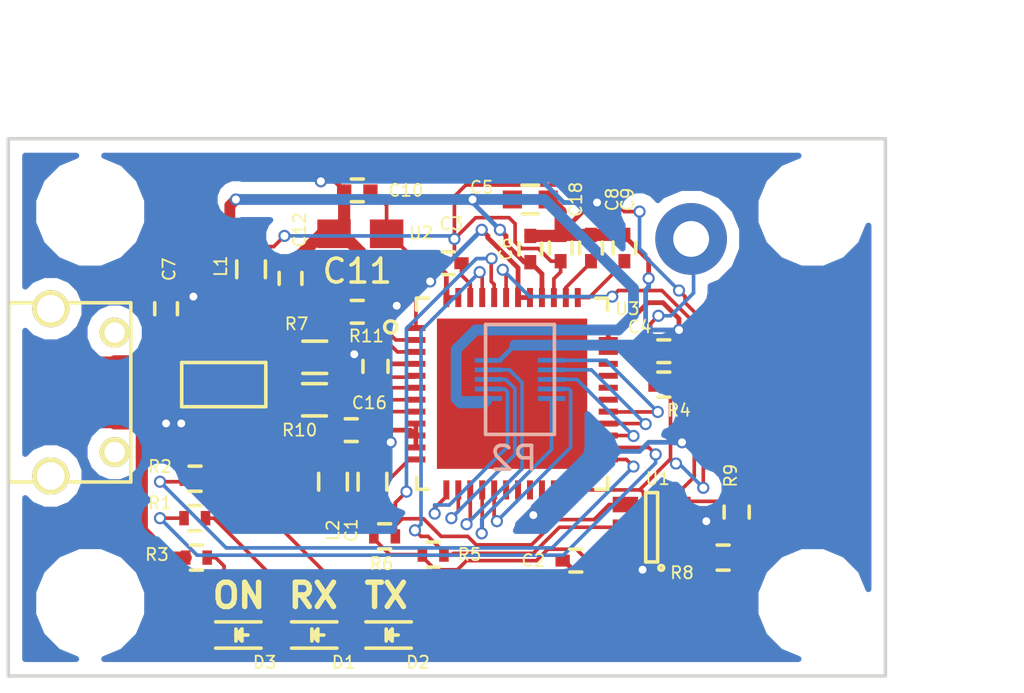
<source format=kicad_pcb>
(kicad_pcb (version 4) (host pcbnew 4.0.1-3.201512221402+6198~38~ubuntu14.04.1-stable)

  (general
    (links 103)
    (no_connects 0)
    (area 109.779999 117.907999 146.633001 140.537001)
    (thickness 1.6)
    (drawings 13)
    (tracks 467)
    (zones 0)
    (modules 41)
    (nets 33)
  )

  (page A4)
  (layers
    (0 F.Cu signal)
    (31 B.Cu signal)
    (32 B.Adhes user)
    (33 F.Adhes user)
    (34 B.Paste user)
    (35 F.Paste user)
    (36 B.SilkS user)
    (37 F.SilkS user)
    (38 B.Mask user)
    (39 F.Mask user)
    (40 Dwgs.User user)
    (41 Cmts.User user)
    (42 Eco1.User user)
    (43 Eco2.User user)
    (44 Edge.Cuts user)
    (45 Margin user)
    (46 B.CrtYd user)
    (47 F.CrtYd user)
    (48 B.Fab user hide)
    (49 F.Fab user hide)
  )

  (setup
    (last_trace_width 0.1524)
    (trace_clearance 0.1524)
    (zone_clearance 0.508)
    (zone_45_only no)
    (trace_min 0.1524)
    (segment_width 0.2)
    (edge_width 0.15)
    (via_size 0.508)
    (via_drill 0.3302)
    (via_min_size 0.508)
    (via_min_drill 0.3302)
    (uvia_size 0.3)
    (uvia_drill 0.1)
    (uvias_allowed no)
    (uvia_min_size 0)
    (uvia_min_drill 0)
    (pcb_text_width 0.3)
    (pcb_text_size 1.5 1.5)
    (mod_edge_width 0.15)
    (mod_text_size 1 1)
    (mod_text_width 0.15)
    (pad_size 1.524 1.524)
    (pad_drill 0.762)
    (pad_to_mask_clearance 0)
    (aux_axis_origin 0 0)
    (visible_elements FFFFFF7F)
    (pcbplotparams
      (layerselection 0x00030_80000001)
      (usegerberextensions false)
      (excludeedgelayer true)
      (linewidth 0.100000)
      (plotframeref false)
      (viasonmask false)
      (mode 1)
      (useauxorigin false)
      (hpglpennumber 1)
      (hpglpenspeed 20)
      (hpglpendiameter 15)
      (hpglpenoverlay 2)
      (psnegative false)
      (psa4output false)
      (plotreference true)
      (plotvalue true)
      (plotinvisibletext false)
      (padsonsilk false)
      (subtractmaskfromsilk false)
      (outputformat 1)
      (mirror false)
      (drillshape 1)
      (scaleselection 1)
      (outputdirectory ""))
  )

  (net 0 "")
  (net 1 +3V3)
  (net 2 GND)
  (net 3 "Net-(C4-Pad1)")
  (net 4 /Vbus)
  (net 5 /Vcore)
  (net 6 /VCCA)
  (net 7 "Net-(C10-Pad1)")
  (net 8 "Net-(C11-Pad1)")
  (net 9 /Vphy)
  (net 10 /Vpll)
  (net 11 "Net-(D1-Pad1)")
  (net 12 "Net-(D2-Pad1)")
  (net 13 "Net-(D3-Pad1)")
  (net 14 /USB+)
  (net 15 /USB-)
  (net 16 /AD3)
  (net 17 /AD0)
  (net 18 /AD2)
  (net 19 /AD4)
  (net 20 /AC3)
  (net 21 /AC4)
  (net 22 /AC5)
  (net 23 /AC2)
  (net 24 /AC1)
  (net 25 "Net-(R5-Pad2)")
  (net 26 "Net-(R6-Pad2)")
  (net 27 "Net-(R7-Pad1)")
  (net 28 "Net-(R8-Pad2)")
  (net 29 "Net-(R9-Pad1)")
  (net 30 "Net-(R10-Pad1)")
  (net 31 "Net-(R11-Pad1)")
  (net 32 /AD1)

  (net_class Default "This is the default net class."
    (clearance 0.1524)
    (trace_width 0.1524)
    (via_dia 0.508)
    (via_drill 0.3302)
    (uvia_dia 0.3)
    (uvia_drill 0.1)
    (add_net +3V3)
    (add_net /AC1)
    (add_net /AC2)
    (add_net /AC3)
    (add_net /AC4)
    (add_net /AC5)
    (add_net /AD0)
    (add_net /AD1)
    (add_net /AD2)
    (add_net /AD3)
    (add_net /AD4)
    (add_net /USB+)
    (add_net /USB-)
    (add_net /VCCA)
    (add_net /Vcore)
    (add_net /Vphy)
    (add_net /Vpll)
    (add_net "Net-(C10-Pad1)")
    (add_net "Net-(C11-Pad1)")
    (add_net "Net-(C4-Pad1)")
    (add_net "Net-(D1-Pad1)")
    (add_net "Net-(D2-Pad1)")
    (add_net "Net-(D3-Pad1)")
    (add_net "Net-(R10-Pad1)")
    (add_net "Net-(R11-Pad1)")
    (add_net "Net-(R5-Pad2)")
    (add_net "Net-(R6-Pad2)")
    (add_net "Net-(R7-Pad1)")
    (add_net "Net-(R8-Pad2)")
    (add_net "Net-(R9-Pad1)")
  )

  (net_class PWR ""
    (clearance 0.1524)
    (trace_width 0.454)
    (via_dia 0.508)
    (via_drill 0.3302)
    (uvia_dia 0.3)
    (uvia_drill 0.1)
    (add_net /Vbus)
    (add_net GND)
  )

  (module Mounting_Holes:MountingHole_3.5mm (layer F.Cu) (tedit 58251540) (tstamp 58257B3C)
    (at 113.284 137.414)
    (descr "Mounting Hole 3.5mm, no annular")
    (tags "mounting hole 3.5mm no annular")
    (fp_text reference REF** (at 0 -4.5) (layer F.SilkS) hide
      (effects (font (size 1 1) (thickness 0.15)))
    )
    (fp_text value 1.5mm-spacer (at 0 4.5) (layer F.Fab)
      (effects (font (size 1 1) (thickness 0.15)))
    )
    (fp_circle (center 0 0) (end 3.5 0) (layer Cmts.User) (width 0.15))
    (fp_circle (center 0 0) (end 3.75 0) (layer F.CrtYd) (width 0.05))
    (pad 1 np_thru_hole circle (at 0 0) (size 3.5 3.5) (drill 3.5) (layers *.Cu *.Mask))
  )

  (module Mounting_Holes:MountingHole_3.5mm (layer F.Cu) (tedit 5825153A) (tstamp 58257D23)
    (at 143.51 121.031)
    (descr "Mounting Hole 3.5mm, no annular")
    (tags "mounting hole 3.5mm no annular")
    (fp_text reference REF** (at 0 -4.5) (layer F.SilkS) hide
      (effects (font (size 1 1) (thickness 0.15)))
    )
    (fp_text value 1.5mm-spacer (at 0 4.5) (layer F.Fab)
      (effects (font (size 1 1) (thickness 0.15)))
    )
    (fp_circle (center 0 0) (end 3.5 0) (layer Cmts.User) (width 0.15))
    (fp_circle (center 0 0) (end 3.75 0) (layer F.CrtYd) (width 0.05))
    (pad 1 np_thru_hole circle (at 0 0) (size 3.5 3.5) (drill 3.5) (layers *.Cu *.Mask))
  )

  (module Mounting_Holes:MountingHole_3.5mm (layer F.Cu) (tedit 58251538) (tstamp 58257B32)
    (at 113.284 121.031)
    (descr "Mounting Hole 3.5mm, no annular")
    (tags "mounting hole 3.5mm no annular")
    (fp_text reference REF** (at 0 -4.5) (layer F.SilkS) hide
      (effects (font (size 1 1) (thickness 0.15)))
    )
    (fp_text value 1.5mm-spacer (at 0 4.5) (layer F.Fab)
      (effects (font (size 1 1) (thickness 0.15)))
    )
    (fp_circle (center 0 0) (end 3.5 0) (layer Cmts.User) (width 0.15))
    (fp_circle (center 0 0) (end 3.75 0) (layer F.CrtYd) (width 0.05))
    (pad 1 np_thru_hole circle (at 0 0) (size 3.5 3.5) (drill 3.5) (layers *.Cu *.Mask))
  )

  (module Capacitors_SMD:C_0603 (layer F.Cu) (tedit 5824FB8F) (tstamp 58254843)
    (at 125.095 132.334 90)
    (descr "Capacitor SMD 0603, reflow soldering, AVX (see smccp.pdf)")
    (tags "capacitor 0603")
    (path /5825778D)
    (attr smd)
    (fp_text reference C1 (at -2.032 -0.889 90) (layer F.SilkS)
      (effects (font (size 0.508 0.508) (thickness 0.0762)))
    )
    (fp_text value 4.7u (at 0 1.9 90) (layer F.Fab)
      (effects (font (size 1 1) (thickness 0.15)))
    )
    (fp_line (start -0.8 0.4) (end -0.8 -0.4) (layer F.Fab) (width 0.15))
    (fp_line (start 0.8 0.4) (end -0.8 0.4) (layer F.Fab) (width 0.15))
    (fp_line (start 0.8 -0.4) (end 0.8 0.4) (layer F.Fab) (width 0.15))
    (fp_line (start -0.8 -0.4) (end 0.8 -0.4) (layer F.Fab) (width 0.15))
    (fp_line (start -1.45 -0.75) (end 1.45 -0.75) (layer F.CrtYd) (width 0.05))
    (fp_line (start -1.45 0.75) (end 1.45 0.75) (layer F.CrtYd) (width 0.05))
    (fp_line (start -1.45 -0.75) (end -1.45 0.75) (layer F.CrtYd) (width 0.05))
    (fp_line (start 1.45 -0.75) (end 1.45 0.75) (layer F.CrtYd) (width 0.05))
    (fp_line (start -0.35 -0.6) (end 0.35 -0.6) (layer F.SilkS) (width 0.15))
    (fp_line (start 0.35 0.6) (end -0.35 0.6) (layer F.SilkS) (width 0.15))
    (pad 1 smd rect (at -0.75 0 90) (size 0.8 0.75) (layers F.Cu F.Paste F.Mask)
      (net 1 +3V3))
    (pad 2 smd rect (at 0.75 0 90) (size 0.8 0.75) (layers F.Cu F.Paste F.Mask)
      (net 2 GND))
    (model Capacitors_SMD.3dshapes/C_0603.wrl
      (at (xyz 0 0 0))
      (scale (xyz 1 1 1))
      (rotate (xyz 0 0 0))
    )
  )

  (module Capacitors_SMD:C_0402 (layer F.Cu) (tedit 5824FC5C) (tstamp 58254853)
    (at 133.604 135.636 180)
    (descr "Capacitor SMD 0402, reflow soldering, AVX (see smccp.pdf)")
    (tags "capacitor 0402")
    (path /5824B494)
    (attr smd)
    (fp_text reference C2 (at 1.778 0 180) (layer F.SilkS)
      (effects (font (size 0.508 0.508) (thickness 0.0762)))
    )
    (fp_text value 100n (at 0 1.7 180) (layer F.Fab)
      (effects (font (size 1 1) (thickness 0.15)))
    )
    (fp_line (start -0.5 0.25) (end -0.5 -0.25) (layer F.Fab) (width 0.15))
    (fp_line (start 0.5 0.25) (end -0.5 0.25) (layer F.Fab) (width 0.15))
    (fp_line (start 0.5 -0.25) (end 0.5 0.25) (layer F.Fab) (width 0.15))
    (fp_line (start -0.5 -0.25) (end 0.5 -0.25) (layer F.Fab) (width 0.15))
    (fp_line (start -1.15 -0.6) (end 1.15 -0.6) (layer F.CrtYd) (width 0.05))
    (fp_line (start -1.15 0.6) (end 1.15 0.6) (layer F.CrtYd) (width 0.05))
    (fp_line (start -1.15 -0.6) (end -1.15 0.6) (layer F.CrtYd) (width 0.05))
    (fp_line (start 1.15 -0.6) (end 1.15 0.6) (layer F.CrtYd) (width 0.05))
    (fp_line (start 0.25 -0.475) (end -0.25 -0.475) (layer F.SilkS) (width 0.15))
    (fp_line (start -0.25 0.475) (end 0.25 0.475) (layer F.SilkS) (width 0.15))
    (pad 1 smd rect (at -0.55 0 180) (size 0.6 0.5) (layers F.Cu F.Paste F.Mask)
      (net 1 +3V3))
    (pad 2 smd rect (at 0.55 0 180) (size 0.6 0.5) (layers F.Cu F.Paste F.Mask)
      (net 2 GND))
    (model Capacitors_SMD.3dshapes/C_0402.wrl
      (at (xyz 0 0 0))
      (scale (xyz 1 1 1))
      (rotate (xyz 0 0 0))
    )
  )

  (module Capacitors_SMD:C_0402 (layer F.Cu) (tedit 5824FCE5) (tstamp 58254863)
    (at 128.27 123.19 180)
    (descr "Capacitor SMD 0402, reflow soldering, AVX (see smccp.pdf)")
    (tags "capacitor 0402")
    (path /58257793)
    (attr smd)
    (fp_text reference C3 (at -0.127 1.651 180) (layer F.SilkS)
      (effects (font (size 0.508 0.508) (thickness 0.0762)))
    )
    (fp_text value 100n (at 0 1.7 180) (layer F.Fab)
      (effects (font (size 1 1) (thickness 0.15)))
    )
    (fp_line (start -0.5 0.25) (end -0.5 -0.25) (layer F.Fab) (width 0.15))
    (fp_line (start 0.5 0.25) (end -0.5 0.25) (layer F.Fab) (width 0.15))
    (fp_line (start 0.5 -0.25) (end 0.5 0.25) (layer F.Fab) (width 0.15))
    (fp_line (start -0.5 -0.25) (end 0.5 -0.25) (layer F.Fab) (width 0.15))
    (fp_line (start -1.15 -0.6) (end 1.15 -0.6) (layer F.CrtYd) (width 0.05))
    (fp_line (start -1.15 0.6) (end 1.15 0.6) (layer F.CrtYd) (width 0.05))
    (fp_line (start -1.15 -0.6) (end -1.15 0.6) (layer F.CrtYd) (width 0.05))
    (fp_line (start 1.15 -0.6) (end 1.15 0.6) (layer F.CrtYd) (width 0.05))
    (fp_line (start 0.25 -0.475) (end -0.25 -0.475) (layer F.SilkS) (width 0.15))
    (fp_line (start -0.25 0.475) (end 0.25 0.475) (layer F.SilkS) (width 0.15))
    (pad 1 smd rect (at -0.55 0 180) (size 0.6 0.5) (layers F.Cu F.Paste F.Mask)
      (net 1 +3V3))
    (pad 2 smd rect (at 0.55 0 180) (size 0.6 0.5) (layers F.Cu F.Paste F.Mask)
      (net 2 GND))
    (model Capacitors_SMD.3dshapes/C_0402.wrl
      (at (xyz 0 0 0))
      (scale (xyz 1 1 1))
      (rotate (xyz 0 0 0))
    )
  )

  (module Capacitors_SMD:C_0402 (layer F.Cu) (tedit 5824FCEF) (tstamp 58254873)
    (at 137.287 126.873)
    (descr "Capacitor SMD 0402, reflow soldering, AVX (see smccp.pdf)")
    (tags "capacitor 0402")
    (path /5824FEAF)
    (attr smd)
    (fp_text reference C4 (at -1.016 -1.016) (layer F.SilkS)
      (effects (font (size 0.508 0.508) (thickness 0.0762)))
    )
    (fp_text value 10n (at 0 1.7) (layer F.Fab)
      (effects (font (size 1 1) (thickness 0.15)))
    )
    (fp_line (start -0.5 0.25) (end -0.5 -0.25) (layer F.Fab) (width 0.15))
    (fp_line (start 0.5 0.25) (end -0.5 0.25) (layer F.Fab) (width 0.15))
    (fp_line (start 0.5 -0.25) (end 0.5 0.25) (layer F.Fab) (width 0.15))
    (fp_line (start -0.5 -0.25) (end 0.5 -0.25) (layer F.Fab) (width 0.15))
    (fp_line (start -1.15 -0.6) (end 1.15 -0.6) (layer F.CrtYd) (width 0.05))
    (fp_line (start -1.15 0.6) (end 1.15 0.6) (layer F.CrtYd) (width 0.05))
    (fp_line (start -1.15 -0.6) (end -1.15 0.6) (layer F.CrtYd) (width 0.05))
    (fp_line (start 1.15 -0.6) (end 1.15 0.6) (layer F.CrtYd) (width 0.05))
    (fp_line (start 0.25 -0.475) (end -0.25 -0.475) (layer F.SilkS) (width 0.15))
    (fp_line (start -0.25 0.475) (end 0.25 0.475) (layer F.SilkS) (width 0.15))
    (pad 1 smd rect (at -0.55 0) (size 0.6 0.5) (layers F.Cu F.Paste F.Mask)
      (net 3 "Net-(C4-Pad1)"))
    (pad 2 smd rect (at 0.55 0) (size 0.6 0.5) (layers F.Cu F.Paste F.Mask)
      (net 2 GND))
    (model Capacitors_SMD.3dshapes/C_0402.wrl
      (at (xyz 0 0 0))
      (scale (xyz 1 1 1))
      (rotate (xyz 0 0 0))
    )
  )

  (module Capacitors_SMD:C_0603 (layer F.Cu) (tedit 5824FC87) (tstamp 58254883)
    (at 131.699 120.523)
    (descr "Capacitor SMD 0603, reflow soldering, AVX (see smccp.pdf)")
    (tags "capacitor 0603")
    (path /582521BF)
    (attr smd)
    (fp_text reference C5 (at -2.032 -0.508) (layer F.SilkS)
      (effects (font (size 0.508 0.508) (thickness 0.0762)))
    )
    (fp_text value 4.7u (at 0 1.9) (layer F.Fab)
      (effects (font (size 1 1) (thickness 0.15)))
    )
    (fp_line (start -0.8 0.4) (end -0.8 -0.4) (layer F.Fab) (width 0.15))
    (fp_line (start 0.8 0.4) (end -0.8 0.4) (layer F.Fab) (width 0.15))
    (fp_line (start 0.8 -0.4) (end 0.8 0.4) (layer F.Fab) (width 0.15))
    (fp_line (start -0.8 -0.4) (end 0.8 -0.4) (layer F.Fab) (width 0.15))
    (fp_line (start -1.45 -0.75) (end 1.45 -0.75) (layer F.CrtYd) (width 0.05))
    (fp_line (start -1.45 0.75) (end 1.45 0.75) (layer F.CrtYd) (width 0.05))
    (fp_line (start -1.45 -0.75) (end -1.45 0.75) (layer F.CrtYd) (width 0.05))
    (fp_line (start 1.45 -0.75) (end 1.45 0.75) (layer F.CrtYd) (width 0.05))
    (fp_line (start -0.35 -0.6) (end 0.35 -0.6) (layer F.SilkS) (width 0.15))
    (fp_line (start 0.35 0.6) (end -0.35 0.6) (layer F.SilkS) (width 0.15))
    (pad 1 smd rect (at -0.75 0) (size 0.8 0.75) (layers F.Cu F.Paste F.Mask)
      (net 4 /Vbus))
    (pad 2 smd rect (at 0.75 0) (size 0.8 0.75) (layers F.Cu F.Paste F.Mask)
      (net 2 GND))
    (model Capacitors_SMD.3dshapes/C_0603.wrl
      (at (xyz 0 0 0))
      (scale (xyz 1 1 1))
      (rotate (xyz 0 0 0))
    )
  )

  (module Capacitors_SMD:C_0402 (layer F.Cu) (tedit 5824FC91) (tstamp 58254893)
    (at 131.699 122.597 90)
    (descr "Capacitor SMD 0402, reflow soldering, AVX (see smccp.pdf)")
    (tags "capacitor 0402")
    (path /582522A9)
    (attr smd)
    (fp_text reference C6 (at 0 -1.016 90) (layer F.SilkS)
      (effects (font (size 0.508 0.508) (thickness 0.0762)))
    )
    (fp_text value 100n (at 0 1.7 90) (layer F.Fab)
      (effects (font (size 1 1) (thickness 0.15)))
    )
    (fp_line (start -0.5 0.25) (end -0.5 -0.25) (layer F.Fab) (width 0.15))
    (fp_line (start 0.5 0.25) (end -0.5 0.25) (layer F.Fab) (width 0.15))
    (fp_line (start 0.5 -0.25) (end 0.5 0.25) (layer F.Fab) (width 0.15))
    (fp_line (start -0.5 -0.25) (end 0.5 -0.25) (layer F.Fab) (width 0.15))
    (fp_line (start -1.15 -0.6) (end 1.15 -0.6) (layer F.CrtYd) (width 0.05))
    (fp_line (start -1.15 0.6) (end 1.15 0.6) (layer F.CrtYd) (width 0.05))
    (fp_line (start -1.15 -0.6) (end -1.15 0.6) (layer F.CrtYd) (width 0.05))
    (fp_line (start 1.15 -0.6) (end 1.15 0.6) (layer F.CrtYd) (width 0.05))
    (fp_line (start 0.25 -0.475) (end -0.25 -0.475) (layer F.SilkS) (width 0.15))
    (fp_line (start -0.25 0.475) (end 0.25 0.475) (layer F.SilkS) (width 0.15))
    (pad 1 smd rect (at -0.55 0 90) (size 0.6 0.5) (layers F.Cu F.Paste F.Mask)
      (net 4 /Vbus))
    (pad 2 smd rect (at 0.55 0 90) (size 0.6 0.5) (layers F.Cu F.Paste F.Mask)
      (net 2 GND))
    (model Capacitors_SMD.3dshapes/C_0402.wrl
      (at (xyz 0 0 0))
      (scale (xyz 1 1 1))
      (rotate (xyz 0 0 0))
    )
  )

  (module Capacitors_SMD:C_0402 (layer F.Cu) (tedit 5824FD3C) (tstamp 582548A3)
    (at 116.459 125.095 90)
    (descr "Capacitor SMD 0402, reflow soldering, AVX (see smccp.pdf)")
    (tags "capacitor 0402")
    (path /5824EF83)
    (attr smd)
    (fp_text reference C7 (at 1.651 0.127 90) (layer F.SilkS)
      (effects (font (size 0.508 0.508) (thickness 0.0762)))
    )
    (fp_text value 10n (at 0 1.7 90) (layer F.Fab)
      (effects (font (size 1 1) (thickness 0.15)))
    )
    (fp_line (start -0.5 0.25) (end -0.5 -0.25) (layer F.Fab) (width 0.15))
    (fp_line (start 0.5 0.25) (end -0.5 0.25) (layer F.Fab) (width 0.15))
    (fp_line (start 0.5 -0.25) (end 0.5 0.25) (layer F.Fab) (width 0.15))
    (fp_line (start -0.5 -0.25) (end 0.5 -0.25) (layer F.Fab) (width 0.15))
    (fp_line (start -1.15 -0.6) (end 1.15 -0.6) (layer F.CrtYd) (width 0.05))
    (fp_line (start -1.15 0.6) (end 1.15 0.6) (layer F.CrtYd) (width 0.05))
    (fp_line (start -1.15 -0.6) (end -1.15 0.6) (layer F.CrtYd) (width 0.05))
    (fp_line (start 1.15 -0.6) (end 1.15 0.6) (layer F.CrtYd) (width 0.05))
    (fp_line (start 0.25 -0.475) (end -0.25 -0.475) (layer F.SilkS) (width 0.15))
    (fp_line (start -0.25 0.475) (end 0.25 0.475) (layer F.SilkS) (width 0.15))
    (pad 1 smd rect (at -0.55 0 90) (size 0.6 0.5) (layers F.Cu F.Paste F.Mask)
      (net 4 /Vbus))
    (pad 2 smd rect (at 0.55 0 90) (size 0.6 0.5) (layers F.Cu F.Paste F.Mask)
      (net 2 GND))
    (model Capacitors_SMD.3dshapes/C_0402.wrl
      (at (xyz 0 0 0))
      (scale (xyz 1 1 1))
      (rotate (xyz 0 0 0))
    )
  )

  (module Capacitors_SMD:C_0402 (layer F.Cu) (tedit 5824FCD7) (tstamp 582548B3)
    (at 134.239 122.555 90)
    (descr "Capacitor SMD 0402, reflow soldering, AVX (see smccp.pdf)")
    (tags "capacitor 0402")
    (path /58259412)
    (attr smd)
    (fp_text reference C8 (at 2.032 0.889 90) (layer F.SilkS)
      (effects (font (size 0.508 0.508) (thickness 0.0762)))
    )
    (fp_text value 100n (at 0 1.7 90) (layer F.Fab)
      (effects (font (size 1 1) (thickness 0.15)))
    )
    (fp_line (start -0.5 0.25) (end -0.5 -0.25) (layer F.Fab) (width 0.15))
    (fp_line (start 0.5 0.25) (end -0.5 0.25) (layer F.Fab) (width 0.15))
    (fp_line (start 0.5 -0.25) (end 0.5 0.25) (layer F.Fab) (width 0.15))
    (fp_line (start -0.5 -0.25) (end 0.5 -0.25) (layer F.Fab) (width 0.15))
    (fp_line (start -1.15 -0.6) (end 1.15 -0.6) (layer F.CrtYd) (width 0.05))
    (fp_line (start -1.15 0.6) (end 1.15 0.6) (layer F.CrtYd) (width 0.05))
    (fp_line (start -1.15 -0.6) (end -1.15 0.6) (layer F.CrtYd) (width 0.05))
    (fp_line (start 1.15 -0.6) (end 1.15 0.6) (layer F.CrtYd) (width 0.05))
    (fp_line (start 0.25 -0.475) (end -0.25 -0.475) (layer F.SilkS) (width 0.15))
    (fp_line (start -0.25 0.475) (end 0.25 0.475) (layer F.SilkS) (width 0.15))
    (pad 1 smd rect (at -0.55 0 90) (size 0.6 0.5) (layers F.Cu F.Paste F.Mask)
      (net 5 /Vcore))
    (pad 2 smd rect (at 0.55 0 90) (size 0.6 0.5) (layers F.Cu F.Paste F.Mask)
      (net 2 GND))
    (model Capacitors_SMD.3dshapes/C_0402.wrl
      (at (xyz 0 0 0))
      (scale (xyz 1 1 1))
      (rotate (xyz 0 0 0))
    )
  )

  (module Capacitors_SMD:C_0402 (layer F.Cu) (tedit 5824FCDF) (tstamp 582548C3)
    (at 135.636 122.555 90)
    (descr "Capacitor SMD 0402, reflow soldering, AVX (see smccp.pdf)")
    (tags "capacitor 0402")
    (path /582530CC)
    (attr smd)
    (fp_text reference C9 (at 2.032 0.127 90) (layer F.SilkS)
      (effects (font (size 0.508 0.508) (thickness 0.0762)))
    )
    (fp_text value 100n (at 0 1.7 90) (layer F.Fab)
      (effects (font (size 1 1) (thickness 0.15)))
    )
    (fp_line (start -0.5 0.25) (end -0.5 -0.25) (layer F.Fab) (width 0.15))
    (fp_line (start 0.5 0.25) (end -0.5 0.25) (layer F.Fab) (width 0.15))
    (fp_line (start 0.5 -0.25) (end 0.5 0.25) (layer F.Fab) (width 0.15))
    (fp_line (start -0.5 -0.25) (end 0.5 -0.25) (layer F.Fab) (width 0.15))
    (fp_line (start -1.15 -0.6) (end 1.15 -0.6) (layer F.CrtYd) (width 0.05))
    (fp_line (start -1.15 0.6) (end 1.15 0.6) (layer F.CrtYd) (width 0.05))
    (fp_line (start -1.15 -0.6) (end -1.15 0.6) (layer F.CrtYd) (width 0.05))
    (fp_line (start 1.15 -0.6) (end 1.15 0.6) (layer F.CrtYd) (width 0.05))
    (fp_line (start 0.25 -0.475) (end -0.25 -0.475) (layer F.SilkS) (width 0.15))
    (fp_line (start -0.25 0.475) (end 0.25 0.475) (layer F.SilkS) (width 0.15))
    (pad 1 smd rect (at -0.55 0 90) (size 0.6 0.5) (layers F.Cu F.Paste F.Mask)
      (net 6 /VCCA))
    (pad 2 smd rect (at 0.55 0 90) (size 0.6 0.5) (layers F.Cu F.Paste F.Mask)
      (net 2 GND))
    (model Capacitors_SMD.3dshapes/C_0402.wrl
      (at (xyz 0 0 0))
      (scale (xyz 1 1 1))
      (rotate (xyz 0 0 0))
    )
  )

  (module Capacitors_SMD:C_0402 (layer F.Cu) (tedit 5824FC51) (tstamp 582548D3)
    (at 124.46 120.142 180)
    (descr "Capacitor SMD 0402, reflow soldering, AVX (see smccp.pdf)")
    (tags "capacitor 0402")
    (path /5824E23F)
    (attr smd)
    (fp_text reference C10 (at -2.032 0 180) (layer F.SilkS)
      (effects (font (size 0.508 0.508) (thickness 0.0762)))
    )
    (fp_text value 20p (at 0 1.7 180) (layer F.Fab)
      (effects (font (size 1 1) (thickness 0.15)))
    )
    (fp_line (start -0.5 0.25) (end -0.5 -0.25) (layer F.Fab) (width 0.15))
    (fp_line (start 0.5 0.25) (end -0.5 0.25) (layer F.Fab) (width 0.15))
    (fp_line (start 0.5 -0.25) (end 0.5 0.25) (layer F.Fab) (width 0.15))
    (fp_line (start -0.5 -0.25) (end 0.5 -0.25) (layer F.Fab) (width 0.15))
    (fp_line (start -1.15 -0.6) (end 1.15 -0.6) (layer F.CrtYd) (width 0.05))
    (fp_line (start -1.15 0.6) (end 1.15 0.6) (layer F.CrtYd) (width 0.05))
    (fp_line (start -1.15 -0.6) (end -1.15 0.6) (layer F.CrtYd) (width 0.05))
    (fp_line (start 1.15 -0.6) (end 1.15 0.6) (layer F.CrtYd) (width 0.05))
    (fp_line (start 0.25 -0.475) (end -0.25 -0.475) (layer F.SilkS) (width 0.15))
    (fp_line (start -0.25 0.475) (end 0.25 0.475) (layer F.SilkS) (width 0.15))
    (pad 1 smd rect (at -0.55 0 180) (size 0.6 0.5) (layers F.Cu F.Paste F.Mask)
      (net 7 "Net-(C10-Pad1)"))
    (pad 2 smd rect (at 0.55 0 180) (size 0.6 0.5) (layers F.Cu F.Paste F.Mask)
      (net 2 GND))
    (model Capacitors_SMD.3dshapes/C_0402.wrl
      (at (xyz 0 0 0))
      (scale (xyz 1 1 1))
      (rotate (xyz 0 0 0))
    )
  )

  (module Capacitors_SMD:C_0402 (layer F.Cu) (tedit 5415D599) (tstamp 582548E3)
    (at 124.46 125.222)
    (descr "Capacitor SMD 0402, reflow soldering, AVX (see smccp.pdf)")
    (tags "capacitor 0402")
    (path /5824E29A)
    (attr smd)
    (fp_text reference C11 (at 0 -1.7) (layer F.SilkS)
      (effects (font (size 1 1) (thickness 0.15)))
    )
    (fp_text value 20p (at 0 1.7) (layer F.Fab)
      (effects (font (size 1 1) (thickness 0.15)))
    )
    (fp_line (start -0.5 0.25) (end -0.5 -0.25) (layer F.Fab) (width 0.15))
    (fp_line (start 0.5 0.25) (end -0.5 0.25) (layer F.Fab) (width 0.15))
    (fp_line (start 0.5 -0.25) (end 0.5 0.25) (layer F.Fab) (width 0.15))
    (fp_line (start -0.5 -0.25) (end 0.5 -0.25) (layer F.Fab) (width 0.15))
    (fp_line (start -1.15 -0.6) (end 1.15 -0.6) (layer F.CrtYd) (width 0.05))
    (fp_line (start -1.15 0.6) (end 1.15 0.6) (layer F.CrtYd) (width 0.05))
    (fp_line (start -1.15 -0.6) (end -1.15 0.6) (layer F.CrtYd) (width 0.05))
    (fp_line (start 1.15 -0.6) (end 1.15 0.6) (layer F.CrtYd) (width 0.05))
    (fp_line (start 0.25 -0.475) (end -0.25 -0.475) (layer F.SilkS) (width 0.15))
    (fp_line (start -0.25 0.475) (end 0.25 0.475) (layer F.SilkS) (width 0.15))
    (pad 1 smd rect (at -0.55 0) (size 0.6 0.5) (layers F.Cu F.Paste F.Mask)
      (net 8 "Net-(C11-Pad1)"))
    (pad 2 smd rect (at 0.55 0) (size 0.6 0.5) (layers F.Cu F.Paste F.Mask)
      (net 2 GND))
    (model Capacitors_SMD.3dshapes/C_0402.wrl
      (at (xyz 0 0 0))
      (scale (xyz 1 1 1))
      (rotate (xyz 0 0 0))
    )
  )

  (module Capacitors_SMD:C_0402 (layer F.Cu) (tedit 5824FC38) (tstamp 582548F3)
    (at 121.666 123.825 90)
    (descr "Capacitor SMD 0402, reflow soldering, AVX (see smccp.pdf)")
    (tags "capacitor 0402")
    (path /58255351)
    (attr smd)
    (fp_text reference C12 (at 2.032 0.381 90) (layer F.SilkS)
      (effects (font (size 0.508 0.508) (thickness 0.0762)))
    )
    (fp_text value 100n (at 0.7239 -16.3576 90) (layer F.Fab)
      (effects (font (size 1 1) (thickness 0.15)))
    )
    (fp_line (start -0.5 0.25) (end -0.5 -0.25) (layer F.Fab) (width 0.15))
    (fp_line (start 0.5 0.25) (end -0.5 0.25) (layer F.Fab) (width 0.15))
    (fp_line (start 0.5 -0.25) (end 0.5 0.25) (layer F.Fab) (width 0.15))
    (fp_line (start -0.5 -0.25) (end 0.5 -0.25) (layer F.Fab) (width 0.15))
    (fp_line (start -1.15 -0.6) (end 1.15 -0.6) (layer F.CrtYd) (width 0.05))
    (fp_line (start -1.15 0.6) (end 1.15 0.6) (layer F.CrtYd) (width 0.05))
    (fp_line (start -1.15 -0.6) (end -1.15 0.6) (layer F.CrtYd) (width 0.05))
    (fp_line (start 1.15 -0.6) (end 1.15 0.6) (layer F.CrtYd) (width 0.05))
    (fp_line (start 0.25 -0.475) (end -0.25 -0.475) (layer F.SilkS) (width 0.15))
    (fp_line (start -0.25 0.475) (end 0.25 0.475) (layer F.SilkS) (width 0.15))
    (pad 1 smd rect (at -0.55 0 90) (size 0.6 0.5) (layers F.Cu F.Paste F.Mask)
      (net 9 /Vphy))
    (pad 2 smd rect (at 0.55 0 90) (size 0.6 0.5) (layers F.Cu F.Paste F.Mask)
      (net 2 GND))
    (model Capacitors_SMD.3dshapes/C_0402.wrl
      (at (xyz 0 0 0))
      (scale (xyz 1 1 1))
      (rotate (xyz 0 0 0))
    )
  )

  (module Capacitors_SMD:C_0402 (layer F.Cu) (tedit 5824FBFD) (tstamp 58254933)
    (at 124.206 130.175)
    (descr "Capacitor SMD 0402, reflow soldering, AVX (see smccp.pdf)")
    (tags "capacitor 0402")
    (path /582561BE)
    (attr smd)
    (fp_text reference C16 (at 0.762 -1.143) (layer F.SilkS)
      (effects (font (size 0.508 0.508) (thickness 0.0762)))
    )
    (fp_text value 100n (at 0 1.7) (layer F.Fab)
      (effects (font (size 1 1) (thickness 0.15)))
    )
    (fp_line (start -0.5 0.25) (end -0.5 -0.25) (layer F.Fab) (width 0.15))
    (fp_line (start 0.5 0.25) (end -0.5 0.25) (layer F.Fab) (width 0.15))
    (fp_line (start 0.5 -0.25) (end 0.5 0.25) (layer F.Fab) (width 0.15))
    (fp_line (start -0.5 -0.25) (end 0.5 -0.25) (layer F.Fab) (width 0.15))
    (fp_line (start -1.15 -0.6) (end 1.15 -0.6) (layer F.CrtYd) (width 0.05))
    (fp_line (start -1.15 0.6) (end 1.15 0.6) (layer F.CrtYd) (width 0.05))
    (fp_line (start -1.15 -0.6) (end -1.15 0.6) (layer F.CrtYd) (width 0.05))
    (fp_line (start 1.15 -0.6) (end 1.15 0.6) (layer F.CrtYd) (width 0.05))
    (fp_line (start 0.25 -0.475) (end -0.25 -0.475) (layer F.SilkS) (width 0.15))
    (fp_line (start -0.25 0.475) (end 0.25 0.475) (layer F.SilkS) (width 0.15))
    (pad 1 smd rect (at -0.55 0) (size 0.6 0.5) (layers F.Cu F.Paste F.Mask)
      (net 10 /Vpll))
    (pad 2 smd rect (at 0.55 0) (size 0.6 0.5) (layers F.Cu F.Paste F.Mask)
      (net 2 GND))
    (model Capacitors_SMD.3dshapes/C_0402.wrl
      (at (xyz 0 0 0))
      (scale (xyz 1 1 1))
      (rotate (xyz 0 0 0))
    )
  )

  (module Capacitors_SMD:C_0402 (layer F.Cu) (tedit 5824FCA9) (tstamp 58254953)
    (at 132.969 122.555 90)
    (descr "Capacitor SMD 0402, reflow soldering, AVX (see smccp.pdf)")
    (tags "capacitor 0402")
    (path /58257A8A)
    (attr smd)
    (fp_text reference C18 (at 2.032 0.635 90) (layer F.SilkS)
      (effects (font (size 0.508 0.508) (thickness 0.0762)))
    )
    (fp_text value 100n (at 0 1.7 90) (layer F.Fab)
      (effects (font (size 1 1) (thickness 0.15)))
    )
    (fp_line (start -0.5 0.25) (end -0.5 -0.25) (layer F.Fab) (width 0.15))
    (fp_line (start 0.5 0.25) (end -0.5 0.25) (layer F.Fab) (width 0.15))
    (fp_line (start 0.5 -0.25) (end 0.5 0.25) (layer F.Fab) (width 0.15))
    (fp_line (start -0.5 -0.25) (end 0.5 -0.25) (layer F.Fab) (width 0.15))
    (fp_line (start -1.15 -0.6) (end 1.15 -0.6) (layer F.CrtYd) (width 0.05))
    (fp_line (start -1.15 0.6) (end 1.15 0.6) (layer F.CrtYd) (width 0.05))
    (fp_line (start -1.15 -0.6) (end -1.15 0.6) (layer F.CrtYd) (width 0.05))
    (fp_line (start 1.15 -0.6) (end 1.15 0.6) (layer F.CrtYd) (width 0.05))
    (fp_line (start 0.25 -0.475) (end -0.25 -0.475) (layer F.SilkS) (width 0.15))
    (fp_line (start -0.25 0.475) (end 0.25 0.475) (layer F.SilkS) (width 0.15))
    (pad 1 smd rect (at -0.55 0 90) (size 0.6 0.5) (layers F.Cu F.Paste F.Mask)
      (net 1 +3V3))
    (pad 2 smd rect (at 0.55 0 90) (size 0.6 0.5) (layers F.Cu F.Paste F.Mask)
      (net 2 GND))
    (model Capacitors_SMD.3dshapes/C_0402.wrl
      (at (xyz 0 0 0))
      (scale (xyz 1 1 1))
      (rotate (xyz 0 0 0))
    )
  )

  (module LEDs:LED_0603 (layer F.Cu) (tedit 5824FB52) (tstamp 5825496C)
    (at 122.809 138.7475)
    (descr "LED 0603 smd package")
    (tags "LED led 0603 SMD smd SMT smt smdled SMDLED smtled SMTLED")
    (path /5825CD05)
    (attr smd)
    (fp_text reference D1 (at 1.0795 1.143) (layer F.SilkS)
      (effects (font (size 0.508 0.508) (thickness 0.0762)))
    )
    (fp_text value TX (at 0 1.5) (layer F.Fab)
      (effects (font (size 1 1) (thickness 0.15)))
    )
    (fp_line (start -0.3 -0.2) (end -0.3 0.2) (layer F.Fab) (width 0.15))
    (fp_line (start -0.2 0) (end 0.1 -0.2) (layer F.Fab) (width 0.15))
    (fp_line (start 0.1 0.2) (end -0.2 0) (layer F.Fab) (width 0.15))
    (fp_line (start 0.1 -0.2) (end 0.1 0.2) (layer F.Fab) (width 0.15))
    (fp_line (start 0.8 0.4) (end -0.8 0.4) (layer F.Fab) (width 0.15))
    (fp_line (start 0.8 -0.4) (end 0.8 0.4) (layer F.Fab) (width 0.15))
    (fp_line (start -0.8 -0.4) (end 0.8 -0.4) (layer F.Fab) (width 0.15))
    (fp_line (start -0.8 0.4) (end -0.8 -0.4) (layer F.Fab) (width 0.15))
    (fp_line (start -1.1 0.55) (end 0.8 0.55) (layer F.SilkS) (width 0.15))
    (fp_line (start -1.1 -0.55) (end 0.8 -0.55) (layer F.SilkS) (width 0.15))
    (fp_line (start -0.2 0) (end 0.25 0) (layer F.SilkS) (width 0.15))
    (fp_line (start -0.25 -0.25) (end -0.25 0.25) (layer F.SilkS) (width 0.15))
    (fp_line (start -0.25 0) (end 0 -0.25) (layer F.SilkS) (width 0.15))
    (fp_line (start 0 -0.25) (end 0 0.25) (layer F.SilkS) (width 0.15))
    (fp_line (start 0 0.25) (end -0.25 0) (layer F.SilkS) (width 0.15))
    (fp_line (start 1.4 -0.75) (end 1.4 0.75) (layer F.CrtYd) (width 0.05))
    (fp_line (start 1.4 0.75) (end -1.4 0.75) (layer F.CrtYd) (width 0.05))
    (fp_line (start -1.4 0.75) (end -1.4 -0.75) (layer F.CrtYd) (width 0.05))
    (fp_line (start -1.4 -0.75) (end 1.4 -0.75) (layer F.CrtYd) (width 0.05))
    (pad 2 smd rect (at 0.7493 0 180) (size 0.79756 0.79756) (layers F.Cu F.Paste F.Mask)
      (net 1 +3V3))
    (pad 1 smd rect (at -0.7493 0 180) (size 0.79756 0.79756) (layers F.Cu F.Paste F.Mask)
      (net 11 "Net-(D1-Pad1)"))
    (model LEDs.3dshapes/LED_0603.wrl
      (at (xyz 0 0 0))
      (scale (xyz 1 1 1))
      (rotate (xyz 0 0 180))
    )
  )

  (module LEDs:LED_0603 (layer F.Cu) (tedit 5824FB39) (tstamp 58254985)
    (at 125.9205 138.7475)
    (descr "LED 0603 smd package")
    (tags "LED led 0603 SMD smd SMT smt smdled SMDLED smtled SMTLED")
    (path /5825D2B6)
    (attr smd)
    (fp_text reference D2 (at 1.0795 1.143) (layer F.SilkS)
      (effects (font (size 0.508 0.508) (thickness 0.0762)))
    )
    (fp_text value RX (at 0 1.5) (layer F.Fab)
      (effects (font (size 1 1) (thickness 0.15)))
    )
    (fp_line (start -0.3 -0.2) (end -0.3 0.2) (layer F.Fab) (width 0.15))
    (fp_line (start -0.2 0) (end 0.1 -0.2) (layer F.Fab) (width 0.15))
    (fp_line (start 0.1 0.2) (end -0.2 0) (layer F.Fab) (width 0.15))
    (fp_line (start 0.1 -0.2) (end 0.1 0.2) (layer F.Fab) (width 0.15))
    (fp_line (start 0.8 0.4) (end -0.8 0.4) (layer F.Fab) (width 0.15))
    (fp_line (start 0.8 -0.4) (end 0.8 0.4) (layer F.Fab) (width 0.15))
    (fp_line (start -0.8 -0.4) (end 0.8 -0.4) (layer F.Fab) (width 0.15))
    (fp_line (start -0.8 0.4) (end -0.8 -0.4) (layer F.Fab) (width 0.15))
    (fp_line (start -1.1 0.55) (end 0.8 0.55) (layer F.SilkS) (width 0.15))
    (fp_line (start -1.1 -0.55) (end 0.8 -0.55) (layer F.SilkS) (width 0.15))
    (fp_line (start -0.2 0) (end 0.25 0) (layer F.SilkS) (width 0.15))
    (fp_line (start -0.25 -0.25) (end -0.25 0.25) (layer F.SilkS) (width 0.15))
    (fp_line (start -0.25 0) (end 0 -0.25) (layer F.SilkS) (width 0.15))
    (fp_line (start 0 -0.25) (end 0 0.25) (layer F.SilkS) (width 0.15))
    (fp_line (start 0 0.25) (end -0.25 0) (layer F.SilkS) (width 0.15))
    (fp_line (start 1.4 -0.75) (end 1.4 0.75) (layer F.CrtYd) (width 0.05))
    (fp_line (start 1.4 0.75) (end -1.4 0.75) (layer F.CrtYd) (width 0.05))
    (fp_line (start -1.4 0.75) (end -1.4 -0.75) (layer F.CrtYd) (width 0.05))
    (fp_line (start -1.4 -0.75) (end 1.4 -0.75) (layer F.CrtYd) (width 0.05))
    (pad 2 smd rect (at 0.7493 0 180) (size 0.79756 0.79756) (layers F.Cu F.Paste F.Mask)
      (net 1 +3V3))
    (pad 1 smd rect (at -0.7493 0 180) (size 0.79756 0.79756) (layers F.Cu F.Paste F.Mask)
      (net 12 "Net-(D2-Pad1)"))
    (model LEDs.3dshapes/LED_0603.wrl
      (at (xyz 0 0 0))
      (scale (xyz 1 1 1))
      (rotate (xyz 0 0 180))
    )
  )

  (module LEDs:LED_0603 (layer F.Cu) (tedit 5824FBB9) (tstamp 5825499E)
    (at 119.634 138.7475)
    (descr "LED 0603 smd package")
    (tags "LED led 0603 SMD smd SMT smt smdled SMDLED smtled SMTLED")
    (path /5825DF88)
    (attr smd)
    (fp_text reference D3 (at 0.9525 1.143) (layer F.SilkS)
      (effects (font (size 0.508 0.508) (thickness 0.0762)))
    )
    (fp_text value ON (at 0 1.5) (layer F.Fab)
      (effects (font (size 1 1) (thickness 0.15)))
    )
    (fp_line (start -0.3 -0.2) (end -0.3 0.2) (layer F.Fab) (width 0.15))
    (fp_line (start -0.2 0) (end 0.1 -0.2) (layer F.Fab) (width 0.15))
    (fp_line (start 0.1 0.2) (end -0.2 0) (layer F.Fab) (width 0.15))
    (fp_line (start 0.1 -0.2) (end 0.1 0.2) (layer F.Fab) (width 0.15))
    (fp_line (start 0.8 0.4) (end -0.8 0.4) (layer F.Fab) (width 0.15))
    (fp_line (start 0.8 -0.4) (end 0.8 0.4) (layer F.Fab) (width 0.15))
    (fp_line (start -0.8 -0.4) (end 0.8 -0.4) (layer F.Fab) (width 0.15))
    (fp_line (start -0.8 0.4) (end -0.8 -0.4) (layer F.Fab) (width 0.15))
    (fp_line (start -1.1 0.55) (end 0.8 0.55) (layer F.SilkS) (width 0.15))
    (fp_line (start -1.1 -0.55) (end 0.8 -0.55) (layer F.SilkS) (width 0.15))
    (fp_line (start -0.2 0) (end 0.25 0) (layer F.SilkS) (width 0.15))
    (fp_line (start -0.25 -0.25) (end -0.25 0.25) (layer F.SilkS) (width 0.15))
    (fp_line (start -0.25 0) (end 0 -0.25) (layer F.SilkS) (width 0.15))
    (fp_line (start 0 -0.25) (end 0 0.25) (layer F.SilkS) (width 0.15))
    (fp_line (start 0 0.25) (end -0.25 0) (layer F.SilkS) (width 0.15))
    (fp_line (start 1.4 -0.75) (end 1.4 0.75) (layer F.CrtYd) (width 0.05))
    (fp_line (start 1.4 0.75) (end -1.4 0.75) (layer F.CrtYd) (width 0.05))
    (fp_line (start -1.4 0.75) (end -1.4 -0.75) (layer F.CrtYd) (width 0.05))
    (fp_line (start -1.4 -0.75) (end 1.4 -0.75) (layer F.CrtYd) (width 0.05))
    (pad 2 smd rect (at 0.7493 0 180) (size 0.79756 0.79756) (layers F.Cu F.Paste F.Mask)
      (net 1 +3V3))
    (pad 1 smd rect (at -0.7493 0 180) (size 0.79756 0.79756) (layers F.Cu F.Paste F.Mask)
      (net 13 "Net-(D3-Pad1)"))
    (model LEDs.3dshapes/LED_0603.wrl
      (at (xyz 0 0 0))
      (scale (xyz 1 1 1))
      (rotate (xyz 0 0 180))
    )
  )

  (module Capacitors_SMD:C_0603_HandSoldering (layer F.Cu) (tedit 5824FC2A) (tstamp 582549AE)
    (at 120.015 123.444 270)
    (descr "Capacitor SMD 0603, hand soldering")
    (tags "capacitor 0603")
    (path /582552C4)
    (attr smd)
    (fp_text reference L1 (at -0.127 1.27 270) (layer F.SilkS)
      (effects (font (size 0.508 0.508) (thickness 0.0762)))
    )
    (fp_text value 1u (at 0 1.9 270) (layer F.Fab)
      (effects (font (size 1 1) (thickness 0.15)))
    )
    (fp_line (start -0.8 0.4) (end -0.8 -0.4) (layer F.Fab) (width 0.15))
    (fp_line (start 0.8 0.4) (end -0.8 0.4) (layer F.Fab) (width 0.15))
    (fp_line (start 0.8 -0.4) (end 0.8 0.4) (layer F.Fab) (width 0.15))
    (fp_line (start -0.8 -0.4) (end 0.8 -0.4) (layer F.Fab) (width 0.15))
    (fp_line (start -1.85 -0.75) (end 1.85 -0.75) (layer F.CrtYd) (width 0.05))
    (fp_line (start -1.85 0.75) (end 1.85 0.75) (layer F.CrtYd) (width 0.05))
    (fp_line (start -1.85 -0.75) (end -1.85 0.75) (layer F.CrtYd) (width 0.05))
    (fp_line (start 1.85 -0.75) (end 1.85 0.75) (layer F.CrtYd) (width 0.05))
    (fp_line (start -0.35 -0.6) (end 0.35 -0.6) (layer F.SilkS) (width 0.15))
    (fp_line (start 0.35 0.6) (end -0.35 0.6) (layer F.SilkS) (width 0.15))
    (pad 1 smd rect (at -0.95 0 270) (size 1.2 0.75) (layers F.Cu F.Paste F.Mask)
      (net 1 +3V3))
    (pad 2 smd rect (at 0.95 0 270) (size 1.2 0.75) (layers F.Cu F.Paste F.Mask)
      (net 9 /Vphy))
    (model Capacitors_SMD.3dshapes/C_0603_HandSoldering.wrl
      (at (xyz 0 0 0))
      (scale (xyz 1 1 1))
      (rotate (xyz 0 0 0))
    )
  )

  (module Capacitors_SMD:C_0603 (layer F.Cu) (tedit 5824FB57) (tstamp 582549BE)
    (at 123.444 132.334 90)
    (descr "Capacitor SMD 0603, reflow soldering, AVX (see smccp.pdf)")
    (tags "capacitor 0603")
    (path /582561B8)
    (attr smd)
    (fp_text reference L2 (at -2.032 0 90) (layer F.SilkS)
      (effects (font (size 0.508 0.508) (thickness 0.0762)))
    )
    (fp_text value 1u (at 0 1.9 90) (layer F.Fab)
      (effects (font (size 1 1) (thickness 0.15)))
    )
    (fp_line (start -0.8 0.4) (end -0.8 -0.4) (layer F.Fab) (width 0.15))
    (fp_line (start 0.8 0.4) (end -0.8 0.4) (layer F.Fab) (width 0.15))
    (fp_line (start 0.8 -0.4) (end 0.8 0.4) (layer F.Fab) (width 0.15))
    (fp_line (start -0.8 -0.4) (end 0.8 -0.4) (layer F.Fab) (width 0.15))
    (fp_line (start -1.45 -0.75) (end 1.45 -0.75) (layer F.CrtYd) (width 0.05))
    (fp_line (start -1.45 0.75) (end 1.45 0.75) (layer F.CrtYd) (width 0.05))
    (fp_line (start -1.45 -0.75) (end -1.45 0.75) (layer F.CrtYd) (width 0.05))
    (fp_line (start 1.45 -0.75) (end 1.45 0.75) (layer F.CrtYd) (width 0.05))
    (fp_line (start -0.35 -0.6) (end 0.35 -0.6) (layer F.SilkS) (width 0.15))
    (fp_line (start 0.35 0.6) (end -0.35 0.6) (layer F.SilkS) (width 0.15))
    (pad 1 smd rect (at -0.75 0 90) (size 0.8 0.75) (layers F.Cu F.Paste F.Mask)
      (net 1 +3V3))
    (pad 2 smd rect (at 0.75 0 90) (size 0.8 0.75) (layers F.Cu F.Paste F.Mask)
      (net 10 /Vpll))
    (model Capacitors_SMD.3dshapes/C_0603.wrl
      (at (xyz 0 0 0))
      (scale (xyz 1 1 1))
      (rotate (xyz 0 0 0))
    )
  )

  (module Resistors_SMD:R_0402 (layer F.Cu) (tedit 5824FBC2) (tstamp 582549FD)
    (at 117.66 133.858 180)
    (descr "Resistor SMD 0402, reflow soldering, Vishay (see dcrcw.pdf)")
    (tags "resistor 0402")
    (path /5825D606)
    (attr smd)
    (fp_text reference R1 (at 1.455 0.635 180) (layer F.SilkS)
      (effects (font (size 0.508 0.508) (thickness 0.0762)))
    )
    (fp_text value 5 (at 0 1.8 180) (layer F.Fab)
      (effects (font (size 1 1) (thickness 0.15)))
    )
    (fp_line (start -0.95 -0.65) (end 0.95 -0.65) (layer F.CrtYd) (width 0.05))
    (fp_line (start -0.95 0.65) (end 0.95 0.65) (layer F.CrtYd) (width 0.05))
    (fp_line (start -0.95 -0.65) (end -0.95 0.65) (layer F.CrtYd) (width 0.05))
    (fp_line (start 0.95 -0.65) (end 0.95 0.65) (layer F.CrtYd) (width 0.05))
    (fp_line (start 0.25 -0.525) (end -0.25 -0.525) (layer F.SilkS) (width 0.15))
    (fp_line (start -0.25 0.525) (end 0.25 0.525) (layer F.SilkS) (width 0.15))
    (pad 1 smd rect (at -0.45 0 180) (size 0.4 0.6) (layers F.Cu F.Paste F.Mask)
      (net 11 "Net-(D1-Pad1)"))
    (pad 2 smd rect (at 0.45 0 180) (size 0.4 0.6) (layers F.Cu F.Paste F.Mask)
      (net 23 /AC2))
    (model Resistors_SMD.3dshapes/R_0402.wrl
      (at (xyz 0 0 0))
      (scale (xyz 1 1 1))
      (rotate (xyz 0 0 0))
    )
  )

  (module Resistors_SMD:R_0402 (layer F.Cu) (tedit 5824FBA8) (tstamp 58254A09)
    (at 117.671 132.207 180)
    (descr "Resistor SMD 0402, reflow soldering, Vishay (see dcrcw.pdf)")
    (tags "resistor 0402")
    (path /5825D697)
    (attr smd)
    (fp_text reference R2 (at 1.466 0.508 180) (layer F.SilkS)
      (effects (font (size 0.508 0.508) (thickness 0.0762)))
    )
    (fp_text value 65 (at 0 1.8 180) (layer F.Fab)
      (effects (font (size 1 1) (thickness 0.15)))
    )
    (fp_line (start -0.95 -0.65) (end 0.95 -0.65) (layer F.CrtYd) (width 0.05))
    (fp_line (start -0.95 0.65) (end 0.95 0.65) (layer F.CrtYd) (width 0.05))
    (fp_line (start -0.95 -0.65) (end -0.95 0.65) (layer F.CrtYd) (width 0.05))
    (fp_line (start 0.95 -0.65) (end 0.95 0.65) (layer F.CrtYd) (width 0.05))
    (fp_line (start 0.25 -0.525) (end -0.25 -0.525) (layer F.SilkS) (width 0.15))
    (fp_line (start -0.25 0.525) (end 0.25 0.525) (layer F.SilkS) (width 0.15))
    (pad 1 smd rect (at -0.45 0 180) (size 0.4 0.6) (layers F.Cu F.Paste F.Mask)
      (net 12 "Net-(D2-Pad1)"))
    (pad 2 smd rect (at 0.45 0 180) (size 0.4 0.6) (layers F.Cu F.Paste F.Mask)
      (net 24 /AC1))
    (model Resistors_SMD.3dshapes/R_0402.wrl
      (at (xyz 0 0 0))
      (scale (xyz 1 1 1))
      (rotate (xyz 0 0 0))
    )
  )

  (module Resistors_SMD:R_0402 (layer F.Cu) (tedit 5824FB9E) (tstamp 58254A15)
    (at 117.729 135.509 180)
    (descr "Resistor SMD 0402, reflow soldering, Vishay (see dcrcw.pdf)")
    (tags "resistor 0402")
    (path /5825DE25)
    (attr smd)
    (fp_text reference R3 (at 1.651 0.127 180) (layer F.SilkS)
      (effects (font (size 0.508 0.508) (thickness 0.0762)))
    )
    (fp_text value 65 (at 0 1.8 180) (layer F.Fab)
      (effects (font (size 1 1) (thickness 0.15)))
    )
    (fp_line (start -0.95 -0.65) (end 0.95 -0.65) (layer F.CrtYd) (width 0.05))
    (fp_line (start -0.95 0.65) (end 0.95 0.65) (layer F.CrtYd) (width 0.05))
    (fp_line (start -0.95 -0.65) (end -0.95 0.65) (layer F.CrtYd) (width 0.05))
    (fp_line (start 0.95 -0.65) (end 0.95 0.65) (layer F.CrtYd) (width 0.05))
    (fp_line (start 0.25 -0.525) (end -0.25 -0.525) (layer F.SilkS) (width 0.15))
    (fp_line (start -0.25 0.525) (end 0.25 0.525) (layer F.SilkS) (width 0.15))
    (pad 1 smd rect (at -0.45 0 180) (size 0.4 0.6) (layers F.Cu F.Paste F.Mask)
      (net 13 "Net-(D3-Pad1)"))
    (pad 2 smd rect (at 0.45 0 180) (size 0.4 0.6) (layers F.Cu F.Paste F.Mask)
      (net 2 GND))
    (model Resistors_SMD.3dshapes/R_0402.wrl
      (at (xyz 0 0 0))
      (scale (xyz 1 1 1))
      (rotate (xyz 0 0 0))
    )
  )

  (module Resistors_SMD:R_0402 (layer F.Cu) (tedit 5824FD09) (tstamp 58254A21)
    (at 137.287 128.27)
    (descr "Resistor SMD 0402, reflow soldering, Vishay (see dcrcw.pdf)")
    (tags "resistor 0402")
    (path /5824FF0C)
    (attr smd)
    (fp_text reference R4 (at 0.635 1.0795) (layer F.SilkS)
      (effects (font (size 0.508 0.508) (thickness 0.0762)))
    )
    (fp_text value 10k (at 0 1.8) (layer F.Fab)
      (effects (font (size 1 1) (thickness 0.15)))
    )
    (fp_line (start -0.95 -0.65) (end 0.95 -0.65) (layer F.CrtYd) (width 0.05))
    (fp_line (start -0.95 0.65) (end 0.95 0.65) (layer F.CrtYd) (width 0.05))
    (fp_line (start -0.95 -0.65) (end -0.95 0.65) (layer F.CrtYd) (width 0.05))
    (fp_line (start 0.95 -0.65) (end 0.95 0.65) (layer F.CrtYd) (width 0.05))
    (fp_line (start 0.25 -0.525) (end -0.25 -0.525) (layer F.SilkS) (width 0.15))
    (fp_line (start -0.25 0.525) (end 0.25 0.525) (layer F.SilkS) (width 0.15))
    (pad 1 smd rect (at -0.45 0) (size 0.4 0.6) (layers F.Cu F.Paste F.Mask)
      (net 3 "Net-(C4-Pad1)"))
    (pad 2 smd rect (at 0.45 0) (size 0.4 0.6) (layers F.Cu F.Paste F.Mask)
      (net 1 +3V3))
    (model Resistors_SMD.3dshapes/R_0402.wrl
      (at (xyz 0 0 0))
      (scale (xyz 1 1 1))
      (rotate (xyz 0 0 0))
    )
  )

  (module Resistors_SMD:R_0402 (layer F.Cu) (tedit 5824FBF3) (tstamp 58254A2D)
    (at 127.635 135.382)
    (descr "Resistor SMD 0402, reflow soldering, Vishay (see dcrcw.pdf)")
    (tags "resistor 0402")
    (path /5824AC94)
    (attr smd)
    (fp_text reference R5 (at 1.524 0) (layer F.SilkS)
      (effects (font (size 0.508 0.508) (thickness 0.0762)))
    )
    (fp_text value 10k (at 0 -1.778) (layer F.Fab)
      (effects (font (size 1 1) (thickness 0.15)))
    )
    (fp_line (start -0.95 -0.65) (end 0.95 -0.65) (layer F.CrtYd) (width 0.05))
    (fp_line (start -0.95 0.65) (end 0.95 0.65) (layer F.CrtYd) (width 0.05))
    (fp_line (start -0.95 -0.65) (end -0.95 0.65) (layer F.CrtYd) (width 0.05))
    (fp_line (start 0.95 -0.65) (end 0.95 0.65) (layer F.CrtYd) (width 0.05))
    (fp_line (start 0.25 -0.525) (end -0.25 -0.525) (layer F.SilkS) (width 0.15))
    (fp_line (start -0.25 0.525) (end 0.25 0.525) (layer F.SilkS) (width 0.15))
    (pad 1 smd rect (at -0.45 0) (size 0.4 0.6) (layers F.Cu F.Paste F.Mask)
      (net 1 +3V3))
    (pad 2 smd rect (at 0.45 0) (size 0.4 0.6) (layers F.Cu F.Paste F.Mask)
      (net 25 "Net-(R5-Pad2)"))
    (model Resistors_SMD.3dshapes/R_0402.wrl
      (at (xyz 0 0 0))
      (scale (xyz 1 1 1))
      (rotate (xyz 0 0 0))
    )
  )

  (module Resistors_SMD:R_0402 (layer F.Cu) (tedit 5824FBD0) (tstamp 58254A39)
    (at 125.603 134.62)
    (descr "Resistor SMD 0402, reflow soldering, Vishay (see dcrcw.pdf)")
    (tags "resistor 0402")
    (path /5824AD75)
    (attr smd)
    (fp_text reference R6 (at -0.127 1.143) (layer F.SilkS)
      (effects (font (size 0.508 0.508) (thickness 0.0762)))
    )
    (fp_text value 10k (at 0 1.8) (layer F.Fab)
      (effects (font (size 1 1) (thickness 0.15)))
    )
    (fp_line (start -0.95 -0.65) (end 0.95 -0.65) (layer F.CrtYd) (width 0.05))
    (fp_line (start -0.95 0.65) (end 0.95 0.65) (layer F.CrtYd) (width 0.05))
    (fp_line (start -0.95 -0.65) (end -0.95 0.65) (layer F.CrtYd) (width 0.05))
    (fp_line (start 0.95 -0.65) (end 0.95 0.65) (layer F.CrtYd) (width 0.05))
    (fp_line (start 0.25 -0.525) (end -0.25 -0.525) (layer F.SilkS) (width 0.15))
    (fp_line (start -0.25 0.525) (end 0.25 0.525) (layer F.SilkS) (width 0.15))
    (pad 1 smd rect (at -0.45 0) (size 0.4 0.6) (layers F.Cu F.Paste F.Mask)
      (net 1 +3V3))
    (pad 2 smd rect (at 0.45 0) (size 0.4 0.6) (layers F.Cu F.Paste F.Mask)
      (net 26 "Net-(R6-Pad2)"))
    (model Resistors_SMD.3dshapes/R_0402.wrl
      (at (xyz 0 0 0))
      (scale (xyz 1 1 1))
      (rotate (xyz 0 0 0))
    )
  )

  (module Resistors_SMD:R_0603 (layer F.Cu) (tedit 5824FB6C) (tstamp 58254A45)
    (at 122.682 127.127 180)
    (descr "Resistor SMD 0603, reflow soldering, Vishay (see dcrcw.pdf)")
    (tags "resistor 0603")
    (path /58251626)
    (attr smd)
    (fp_text reference R7 (at 0.762 1.397 180) (layer F.SilkS)
      (effects (font (size 0.508 0.508) (thickness 0.0762)))
    )
    (fp_text value 0 (at 0 1.9 180) (layer F.Fab)
      (effects (font (size 1 1) (thickness 0.15)))
    )
    (fp_line (start -1.3 -0.8) (end 1.3 -0.8) (layer F.CrtYd) (width 0.05))
    (fp_line (start -1.3 0.8) (end 1.3 0.8) (layer F.CrtYd) (width 0.05))
    (fp_line (start -1.3 -0.8) (end -1.3 0.8) (layer F.CrtYd) (width 0.05))
    (fp_line (start 1.3 -0.8) (end 1.3 0.8) (layer F.CrtYd) (width 0.05))
    (fp_line (start 0.5 0.675) (end -0.5 0.675) (layer F.SilkS) (width 0.15))
    (fp_line (start -0.5 -0.675) (end 0.5 -0.675) (layer F.SilkS) (width 0.15))
    (pad 1 smd rect (at -0.75 0 180) (size 0.5 0.9) (layers F.Cu F.Paste F.Mask)
      (net 27 "Net-(R7-Pad1)"))
    (pad 2 smd rect (at 0.75 0 180) (size 0.5 0.9) (layers F.Cu F.Paste F.Mask)
      (net 15 /USB-))
    (model Resistors_SMD.3dshapes/R_0603.wrl
      (at (xyz 0 0 0))
      (scale (xyz 1 1 1))
      (rotate (xyz 0 0 0))
    )
  )

  (module Resistors_SMD:R_0402 (layer F.Cu) (tedit 5824FC74) (tstamp 58254A51)
    (at 139.769 135.509 180)
    (descr "Resistor SMD 0402, reflow soldering, Vishay (see dcrcw.pdf)")
    (tags "resistor 0402")
    (path /5824B248)
    (attr smd)
    (fp_text reference R8 (at 1.72 -0.635 180) (layer F.SilkS)
      (effects (font (size 0.508 0.508) (thickness 0.0762)))
    )
    (fp_text value 10k (at 0 1.8 180) (layer F.Fab)
      (effects (font (size 1 1) (thickness 0.15)))
    )
    (fp_line (start -0.95 -0.65) (end 0.95 -0.65) (layer F.CrtYd) (width 0.05))
    (fp_line (start -0.95 0.65) (end 0.95 0.65) (layer F.CrtYd) (width 0.05))
    (fp_line (start -0.95 -0.65) (end -0.95 0.65) (layer F.CrtYd) (width 0.05))
    (fp_line (start 0.95 -0.65) (end 0.95 0.65) (layer F.CrtYd) (width 0.05))
    (fp_line (start 0.25 -0.525) (end -0.25 -0.525) (layer F.SilkS) (width 0.15))
    (fp_line (start -0.25 0.525) (end 0.25 0.525) (layer F.SilkS) (width 0.15))
    (pad 1 smd rect (at -0.45 0 180) (size 0.4 0.6) (layers F.Cu F.Paste F.Mask)
      (net 1 +3V3))
    (pad 2 smd rect (at 0.45 0 180) (size 0.4 0.6) (layers F.Cu F.Paste F.Mask)
      (net 28 "Net-(R8-Pad2)"))
    (model Resistors_SMD.3dshapes/R_0402.wrl
      (at (xyz 0 0 0))
      (scale (xyz 1 1 1))
      (rotate (xyz 0 0 0))
    )
  )

  (module Resistors_SMD:R_0402 (layer F.Cu) (tedit 5824FC6D) (tstamp 58254A5D)
    (at 140.335 133.604 270)
    (descr "Resistor SMD 0402, reflow soldering, Vishay (see dcrcw.pdf)")
    (tags "resistor 0402")
    (path /5824C0D7)
    (attr smd)
    (fp_text reference R9 (at -1.524 0.254 270) (layer F.SilkS)
      (effects (font (size 0.508 0.508) (thickness 0.0762)))
    )
    (fp_text value 2k (at 0 1.8 270) (layer F.Fab)
      (effects (font (size 1 1) (thickness 0.15)))
    )
    (fp_line (start -0.95 -0.65) (end 0.95 -0.65) (layer F.CrtYd) (width 0.05))
    (fp_line (start -0.95 0.65) (end 0.95 0.65) (layer F.CrtYd) (width 0.05))
    (fp_line (start -0.95 -0.65) (end -0.95 0.65) (layer F.CrtYd) (width 0.05))
    (fp_line (start 0.95 -0.65) (end 0.95 0.65) (layer F.CrtYd) (width 0.05))
    (fp_line (start 0.25 -0.525) (end -0.25 -0.525) (layer F.SilkS) (width 0.15))
    (fp_line (start -0.25 0.525) (end 0.25 0.525) (layer F.SilkS) (width 0.15))
    (pad 1 smd rect (at -0.45 0 270) (size 0.4 0.6) (layers F.Cu F.Paste F.Mask)
      (net 29 "Net-(R9-Pad1)"))
    (pad 2 smd rect (at 0.45 0 270) (size 0.4 0.6) (layers F.Cu F.Paste F.Mask)
      (net 28 "Net-(R8-Pad2)"))
    (model Resistors_SMD.3dshapes/R_0402.wrl
      (at (xyz 0 0 0))
      (scale (xyz 1 1 1))
      (rotate (xyz 0 0 0))
    )
  )

  (module Resistors_SMD:R_0603 (layer F.Cu) (tedit 5824FB60) (tstamp 58254A69)
    (at 122.67 128.905 180)
    (descr "Resistor SMD 0603, reflow soldering, Vishay (see dcrcw.pdf)")
    (tags "resistor 0603")
    (path /5825168A)
    (attr smd)
    (fp_text reference R10 (at 0.623 -1.27 180) (layer F.SilkS)
      (effects (font (size 0.508 0.508) (thickness 0.0762)))
    )
    (fp_text value 0 (at 0 1.9 180) (layer F.Fab)
      (effects (font (size 1 1) (thickness 0.15)))
    )
    (fp_line (start -1.3 -0.8) (end 1.3 -0.8) (layer F.CrtYd) (width 0.05))
    (fp_line (start -1.3 0.8) (end 1.3 0.8) (layer F.CrtYd) (width 0.05))
    (fp_line (start -1.3 -0.8) (end -1.3 0.8) (layer F.CrtYd) (width 0.05))
    (fp_line (start 1.3 -0.8) (end 1.3 0.8) (layer F.CrtYd) (width 0.05))
    (fp_line (start 0.5 0.675) (end -0.5 0.675) (layer F.SilkS) (width 0.15))
    (fp_line (start -0.5 -0.675) (end 0.5 -0.675) (layer F.SilkS) (width 0.15))
    (pad 1 smd rect (at -0.75 0 180) (size 0.5 0.9) (layers F.Cu F.Paste F.Mask)
      (net 30 "Net-(R10-Pad1)"))
    (pad 2 smd rect (at 0.75 0 180) (size 0.5 0.9) (layers F.Cu F.Paste F.Mask)
      (net 14 /USB+))
    (model Resistors_SMD.3dshapes/R_0603.wrl
      (at (xyz 0 0 0))
      (scale (xyz 1 1 1))
      (rotate (xyz 0 0 0))
    )
  )

  (module Resistors_SMD:R_0402 (layer F.Cu) (tedit 5824FC1C) (tstamp 58254A75)
    (at 125.222 127.508 90)
    (descr "Resistor SMD 0402, reflow soldering, Vishay (see dcrcw.pdf)")
    (tags "resistor 0402")
    (path /5824FC06)
    (attr smd)
    (fp_text reference R11 (at 1.27 -0.381 180) (layer F.SilkS)
      (effects (font (size 0.508 0.508) (thickness 0.0762)))
    )
    (fp_text value 12k/1% (at 0 1.8 90) (layer F.Fab)
      (effects (font (size 1 1) (thickness 0.15)))
    )
    (fp_line (start -0.95 -0.65) (end 0.95 -0.65) (layer F.CrtYd) (width 0.05))
    (fp_line (start -0.95 0.65) (end 0.95 0.65) (layer F.CrtYd) (width 0.05))
    (fp_line (start -0.95 -0.65) (end -0.95 0.65) (layer F.CrtYd) (width 0.05))
    (fp_line (start 0.95 -0.65) (end 0.95 0.65) (layer F.CrtYd) (width 0.05))
    (fp_line (start 0.25 -0.525) (end -0.25 -0.525) (layer F.SilkS) (width 0.15))
    (fp_line (start -0.25 0.525) (end 0.25 0.525) (layer F.SilkS) (width 0.15))
    (pad 1 smd rect (at -0.45 0 90) (size 0.4 0.6) (layers F.Cu F.Paste F.Mask)
      (net 31 "Net-(R11-Pad1)"))
    (pad 2 smd rect (at 0.45 0 90) (size 0.4 0.6) (layers F.Cu F.Paste F.Mask)
      (net 2 GND))
    (model Resistors_SMD.3dshapes/R_0402.wrl
      (at (xyz 0 0 0))
      (scale (xyz 1 1 1))
      (rotate (xyz 0 0 0))
    )
  )

  (module TO_SOT_Packages_SMD:SOT-23-6 (layer F.Cu) (tedit 5824FC63) (tstamp 58254A84)
    (at 136.779 134.239 180)
    (descr "6-pin SOT-23 package")
    (tags SOT-23-6)
    (path /5824BA3D)
    (attr smd)
    (fp_text reference U1 (at -0.254 2.032 180) (layer F.SilkS)
      (effects (font (size 0.508 0.508) (thickness 0.0762)))
    )
    (fp_text value 93LCxxB-6 (at 0 2.9 180) (layer F.Fab)
      (effects (font (size 1 1) (thickness 0.15)))
    )
    (fp_circle (center -0.4 -1.7) (end -0.3 -1.7) (layer F.SilkS) (width 0.15))
    (fp_line (start 0.25 -1.45) (end -0.25 -1.45) (layer F.SilkS) (width 0.15))
    (fp_line (start 0.25 1.45) (end 0.25 -1.45) (layer F.SilkS) (width 0.15))
    (fp_line (start -0.25 1.45) (end 0.25 1.45) (layer F.SilkS) (width 0.15))
    (fp_line (start -0.25 -1.45) (end -0.25 1.45) (layer F.SilkS) (width 0.15))
    (pad 1 smd rect (at -1.1 -0.95 180) (size 1.06 0.65) (layers F.Cu F.Paste F.Mask)
      (net 28 "Net-(R8-Pad2)"))
    (pad 2 smd rect (at -1.1 0 180) (size 1.06 0.65) (layers F.Cu F.Paste F.Mask)
      (net 2 GND))
    (pad 3 smd rect (at -1.1 0.95 180) (size 1.06 0.65) (layers F.Cu F.Paste F.Mask)
      (net 29 "Net-(R9-Pad1)"))
    (pad 4 smd rect (at 1.1 0.95 180) (size 1.06 0.65) (layers F.Cu F.Paste F.Mask)
      (net 26 "Net-(R6-Pad2)"))
    (pad 6 smd rect (at 1.1 -0.95 180) (size 1.06 0.65) (layers F.Cu F.Paste F.Mask)
      (net 1 +3V3))
    (pad 5 smd rect (at 1.1 0 180) (size 1.06 0.65) (layers F.Cu F.Paste F.Mask)
      (net 25 "Net-(R5-Pad2)"))
    (model TO_SOT_Packages_SMD.3dshapes/SOT-23-6.wrl
      (at (xyz 0 0 0))
      (scale (xyz 1 1 1))
      (rotate (xyz 0 0 0))
    )
  )

  (module robosub_footprints:DFN-4 (layer F.Cu) (tedit 5824FC43) (tstamp 58254A8C)
    (at 124.587 122.809 180)
    (path /5824DFE1)
    (fp_text reference U2 (at -2.54 0.889 180) (layer F.SilkS)
      (effects (font (size 0.508 0.508) (thickness 0.0762)))
    )
    (fp_text value ABM8G-12M (at 0 -2.286 180) (layer F.Fab)
      (effects (font (size 1 1) (thickness 0.15)))
    )
    (pad 2 smd rect (at 1.1 0.85 180) (size 1.4 1.2) (layers F.Cu F.Paste F.Mask)
      (net 2 GND))
    (pad 1 smd rect (at -1.1 0.85 180) (size 1.4 1.2) (layers F.Cu F.Paste F.Mask)
      (net 7 "Net-(C10-Pad1)"))
    (pad 4 smd rect (at -1.1 -0.85 180) (size 1.4 1.2) (layers F.Cu F.Paste F.Mask)
      (net 2 GND))
    (pad 3 smd rect (at 1.1 -0.85 180) (size 1.4 1.2) (layers F.Cu F.Paste F.Mask)
      (net 8 "Net-(C11-Pad1)"))
    (model ../../../../../../home/ryan/repositories/pcbs/lib/3d-parts/ABM8G.wrl
      (at (xyz 0 0 0))
      (scale (xyz 400 400 400))
      (rotate (xyz 0 0 0))
    )
  )

  (module robosub_footprints:QFN_48-8x8 (layer F.Cu) (tedit 5824FBDC) (tstamp 58254ACA)
    (at 130.937 128.651)
    (path /5822413F)
    (fp_text reference U3 (at 4.826 -3.556) (layer F.SilkS)
      (effects (font (size 0.508 0.508) (thickness 0.0762)))
    )
    (fp_text value FT232H (at 0 6.096) (layer F.Fab)
      (effects (font (size 1 1) (thickness 0.15)))
    )
    (fp_circle (center -5.08 -2.794) (end -5.08 -3.048) (layer F.SilkS) (width 0.15))
    (fp_line (start 4 -4) (end 4 -3.5) (layer F.SilkS) (width 0.15))
    (fp_line (start -4 -4) (end -4 -3.5) (layer F.SilkS) (width 0.15))
    (fp_line (start -4 -4) (end -3.5 -4) (layer F.SilkS) (width 0.15))
    (fp_line (start 3.5 4) (end 4 4) (layer F.SilkS) (width 0.15))
    (fp_line (start 3.5 -4) (end 4 -4) (layer F.SilkS) (width 0.15))
    (fp_line (start 4 3.5) (end 4 4) (layer F.SilkS) (width 0.15))
    (fp_line (start -4 4) (end -3.5 4) (layer F.SilkS) (width 0.15))
    (fp_line (start -4 3.5) (end -4 4) (layer F.SilkS) (width 0.15))
    (pad 32 smd rect (at 4.025 -0.75) (size 0.8 0.25) (layers F.Cu F.Paste F.Mask))
    (pad 49 smd rect (at 0 0) (size 6.29 6.29) (layers F.Cu F.Paste F.Mask))
    (pad 31 smd rect (at 4.025 -0.25) (size 0.8 0.25) (layers F.Cu F.Paste F.Mask))
    (pad 30 smd rect (at 4.025 0.25) (size 0.8 0.25) (layers F.Cu F.Paste F.Mask))
    (pad 33 smd rect (at 4.025 -1.25) (size 0.8 0.25) (layers F.Cu F.Paste F.Mask))
    (pad 34 smd rect (at 4.025 -1.75) (size 0.8 0.25) (layers F.Cu F.Paste F.Mask)
      (net 3 "Net-(C4-Pad1)"))
    (pad 35 smd rect (at 4.025 -2.25) (size 0.8 0.25) (layers F.Cu F.Paste F.Mask)
      (net 2 GND))
    (pad 36 smd rect (at 4.025 -2.75) (size 0.8 0.25) (layers F.Cu F.Paste F.Mask)
      (net 2 GND))
    (pad 29 smd rect (at 4.025 0.75) (size 0.8 0.25) (layers F.Cu F.Paste F.Mask)
      (net 22 /AC5))
    (pad 28 smd rect (at 4.025 1.25) (size 0.8 0.25) (layers F.Cu F.Paste F.Mask)
      (net 21 /AC4))
    (pad 27 smd rect (at 4.025 1.75) (size 0.8 0.25) (layers F.Cu F.Paste F.Mask)
      (net 20 /AC3))
    (pad 26 smd rect (at 4.025 2.25) (size 0.8 0.25) (layers F.Cu F.Paste F.Mask)
      (net 23 /AC2))
    (pad 25 smd rect (at 4.025 2.75) (size 0.8 0.25) (layers F.Cu F.Paste F.Mask)
      (net 24 /AC1))
    (pad 3 smd rect (at -4.025 -1.75) (size 0.8 0.25) (layers F.Cu F.Paste F.Mask)
      (net 9 /Vphy))
    (pad 2 smd rect (at -4.025 -2.25) (size 0.8 0.25) (layers F.Cu F.Paste F.Mask)
      (net 8 "Net-(C11-Pad1)"))
    (pad 1 smd rect (at -4.025 -2.75) (size 0.8 0.25) (layers F.Cu F.Paste F.Mask)
      (net 7 "Net-(C10-Pad1)"))
    (pad 12 smd rect (at -4.025 2.75) (size 0.8 0.25) (layers F.Cu F.Paste F.Mask)
      (net 1 +3V3))
    (pad 6 smd rect (at -4.025 -0.25) (size 0.8 0.25) (layers F.Cu F.Paste F.Mask)
      (net 27 "Net-(R7-Pad1)"))
    (pad 5 smd rect (at -4.025 -0.75) (size 0.8 0.25) (layers F.Cu F.Paste F.Mask)
      (net 31 "Net-(R11-Pad1)"))
    (pad 7 smd rect (at -4.025 0.25) (size 0.8 0.25) (layers F.Cu F.Paste F.Mask)
      (net 30 "Net-(R10-Pad1)"))
    (pad 4 smd rect (at -4.025 -1.25) (size 0.8 0.25) (layers F.Cu F.Paste F.Mask)
      (net 2 GND))
    (pad 8 smd rect (at -4.025 0.75) (size 0.8 0.25) (layers F.Cu F.Paste F.Mask)
      (net 10 /Vpll))
    (pad 9 smd rect (at -4.025 1.25) (size 0.8 0.25) (layers F.Cu F.Paste F.Mask)
      (net 2 GND))
    (pad 10 smd rect (at -4.025 1.75) (size 0.8 0.25) (layers F.Cu F.Paste F.Mask)
      (net 2 GND))
    (pad 11 smd rect (at -4.025 2.25) (size 0.8 0.25) (layers F.Cu F.Paste F.Mask)
      (net 2 GND))
    (pad 48 smd rect (at -2.75 -4.025 90) (size 0.8 0.25) (layers F.Cu F.Paste F.Mask)
      (net 2 GND))
    (pad 47 smd rect (at -2.25 -4.025 90) (size 0.8 0.25) (layers F.Cu F.Paste F.Mask)
      (net 2 GND))
    (pad 46 smd rect (at -1.75 -4.025 90) (size 0.8 0.25) (layers F.Cu F.Paste F.Mask)
      (net 1 +3V3))
    (pad 45 smd rect (at -1.25 -4.025 90) (size 0.8 0.25) (layers F.Cu F.Paste F.Mask)
      (net 25 "Net-(R5-Pad2)"))
    (pad 44 smd rect (at -0.75 -4.025 90) (size 0.8 0.25) (layers F.Cu F.Paste F.Mask)
      (net 26 "Net-(R6-Pad2)"))
    (pad 43 smd rect (at -0.25 -4.025 90) (size 0.8 0.25) (layers F.Cu F.Paste F.Mask)
      (net 29 "Net-(R9-Pad1)"))
    (pad 42 smd rect (at 0.25 -4.025 90) (size 0.8 0.25) (layers F.Cu F.Paste F.Mask)
      (net 2 GND))
    (pad 39 smd rect (at 1.75 -4.025 90) (size 0.8 0.25) (layers F.Cu F.Paste F.Mask)
      (net 1 +3V3))
    (pad 40 smd rect (at 1.25 -4.025 90) (size 0.8 0.25) (layers F.Cu F.Paste F.Mask)
      (net 4 /Vbus))
    (pad 41 smd rect (at 0.75 -4.025 90) (size 0.8 0.25) (layers F.Cu F.Paste F.Mask)
      (net 2 GND))
    (pad 38 smd rect (at 2.25 -4.025 90) (size 0.8 0.25) (layers F.Cu F.Paste F.Mask)
      (net 5 /Vcore))
    (pad 37 smd rect (at 2.75 -4.025 90) (size 0.8 0.25) (layers F.Cu F.Paste F.Mask)
      (net 6 /VCCA))
    (pad 16 smd rect (at -1.25 4.025 90) (size 0.8 0.25) (layers F.Cu F.Paste F.Mask)
      (net 16 /AD3))
    (pad 13 smd rect (at -2.75 4.025 90) (size 0.8 0.25) (layers F.Cu F.Paste F.Mask)
      (net 17 /AD0))
    (pad 14 smd rect (at -2.25 4.025 90) (size 0.8 0.25) (layers F.Cu F.Paste F.Mask)
      (net 32 /AD1))
    (pad 15 smd rect (at -1.75 4.025 90) (size 0.8 0.25) (layers F.Cu F.Paste F.Mask)
      (net 18 /AD2))
    (pad 17 smd rect (at -0.75 4.025 90) (size 0.8 0.25) (layers F.Cu F.Paste F.Mask)
      (net 19 /AD4))
    (pad 18 smd rect (at -0.25 4.025 90) (size 0.8 0.25) (layers F.Cu F.Paste F.Mask))
    (pad 19 smd rect (at 0.25 4.025 90) (size 0.8 0.25) (layers F.Cu F.Paste F.Mask))
    (pad 21 smd rect (at 1.25 4.025 90) (size 0.8 0.25) (layers F.Cu F.Paste F.Mask))
    (pad 20 smd rect (at 0.75 4.025 90) (size 0.8 0.25) (layers F.Cu F.Paste F.Mask))
    (pad 22 smd rect (at 1.75 4.025 90) (size 0.8 0.25) (layers F.Cu F.Paste F.Mask)
      (net 2 GND))
    (pad 23 smd rect (at 2.25 4.025 90) (size 0.8 0.25) (layers F.Cu F.Paste F.Mask)
      (net 2 GND))
    (pad 24 smd rect (at 2.75 4.025 90) (size 0.8 0.25) (layers F.Cu F.Paste F.Mask)
      (net 1 +3V3))
    (model ../../../../../../home/ryan/repositories/pcbs/lib/3d-parts/qfn-48.wrl
      (at (xyz 0 0 0))
      (scale (xyz 400 400 400))
      (rotate (xyz 270 0 90))
    )
  )

  (module Measurement_Points:Measurement_Point_Round-TH_Big (layer F.Cu) (tedit 5824FC82) (tstamp 58254ACF)
    (at 138.43 122.174)
    (descr "Mesurement Point, Round, Trough Hole,  DM 3mm, Drill 1.5mm,")
    (tags "Mesurement Point Round Trough Hole 3mm 1.5mm")
    (path /582506D4)
    (attr virtual)
    (fp_text reference W1 (at 0 -3) (layer F.SilkS) hide
      (effects (font (size 0.508 0.508) (thickness 0.0762)))
    )
    (fp_text value TEST_1P (at 0 3) (layer F.Fab)
      (effects (font (size 1 1) (thickness 0.15)))
    )
    (fp_circle (center 0 0) (end 1.75 0) (layer F.CrtYd) (width 0.05))
    (pad 1 thru_hole circle (at 0 0) (size 3 3) (drill 1.5) (layers *.Cu *.Mask)
      (net 3 "Net-(C4-Pad1)"))
  )

  (module robosub_footprints:DF40C-10DP-Header (layer F.Cu) (tedit 5824FB7D) (tstamp 582549F1)
    (at 118.872 128.27)
    (path /5826224D)
    (fp_text reference P3 (at -2.794 0 90) (layer F.SilkS) hide
      (effects (font (size 1 1) (thickness 0.15)))
    )
    (fp_text value CONN_02X05 (at 0 -3.302) (layer F.Fab)
      (effects (font (size 1 1) (thickness 0.15)))
    )
    (fp_line (start -1.76 0.925) (end 1.76 0.925) (layer F.SilkS) (width 0.15))
    (fp_line (start -1.76 -0.925) (end 1.76 -0.925) (layer F.SilkS) (width 0.15))
    (fp_line (start -1.76 -0.925) (end -1.76 0.925) (layer F.SilkS) (width 0.15))
    (fp_line (start 1.76 -0.925) (end 1.76 0.925) (layer F.SilkS) (width 0.15))
    (pad 5 smd rect (at 0 -1.605 90) (size 1.16 0.23) (layers F.Cu F.Paste F.Mask)
      (net 4 /Vbus))
    (pad 6 smd rect (at 0 1.605 90) (size 1.16 0.23) (layers F.Cu F.Paste F.Mask)
      (net 2 GND))
    (pad 8 smd rect (at 0.4 1.605 90) (size 1.16 0.23) (layers F.Cu F.Paste F.Mask)
      (net 2 GND))
    (pad 10 smd rect (at 0.8 1.605 90) (size 1.16 0.23) (layers F.Cu F.Paste F.Mask)
      (net 14 /USB+))
    (pad 4 smd rect (at -0.4 1.605 90) (size 1.16 0.23) (layers F.Cu F.Paste F.Mask)
      (net 2 GND))
    (pad 2 smd rect (at -0.8 1.605 90) (size 1.16 0.23) (layers F.Cu F.Paste F.Mask)
      (net 2 GND))
    (pad 3 smd rect (at -0.4 -1.605 90) (size 1.16 0.23) (layers F.Cu F.Paste F.Mask)
      (net 4 /Vbus))
    (pad 1 smd rect (at -0.8 -1.605 90) (size 1.16 0.23) (layers F.Cu F.Paste F.Mask)
      (net 4 /Vbus))
    (pad 7 smd rect (at 0.4 -1.605 90) (size 1.16 0.23) (layers F.Cu F.Paste F.Mask)
      (net 4 /Vbus))
    (pad 9 smd rect (at 0.8 -1.605 90) (size 1.16 0.23) (layers F.Cu F.Paste F.Mask)
      (net 15 /USB-))
  )

  (module robosub_footprints:DF40C-10DS-Receptacle (layer B.Cu) (tedit 5824E180) (tstamp 582549DF)
    (at 131.268 128.054 90)
    (path /582618B2)
    (fp_text reference P2 (at -3.302 -0.254 360) (layer B.SilkS)
      (effects (font (size 1 1) (thickness 0.15)) (justify mirror))
    )
    (fp_text value CONN_02X05 (at -0.508 2.54 90) (layer B.Fab)
      (effects (font (size 1 1) (thickness 0.15)) (justify mirror))
    )
    (fp_line (start 2.3 -1.44) (end -2.3 -1.44) (layer B.SilkS) (width 0.15))
    (fp_line (start 2.3 1.44) (end -2.3 1.44) (layer B.SilkS) (width 0.15))
    (fp_line (start -2.3 -1.44) (end -2.3 1.44) (layer B.SilkS) (width 0.15))
    (fp_line (start 2.3 -1.44) (end 2.3 1.44) (layer B.SilkS) (width 0.15))
    (pad 1 smd rect (at -0.8 -1.32) (size 1.14 0.2) (layers B.Cu B.Paste B.Mask)
      (net 4 /Vbus))
    (pad 2 smd rect (at -0.8 1.32) (size 1.14 0.2) (layers B.Cu B.Paste B.Mask)
      (net 16 /AD3))
    (pad 3 smd rect (at -0.4 -1.32) (size 1.14 0.2) (layers B.Cu B.Paste B.Mask)
      (net 17 /AD0))
    (pad 5 smd rect (at 0 -1.32) (size 1.14 0.2) (layers B.Cu B.Paste B.Mask)
      (net 32 /AD1))
    (pad 7 smd rect (at 0.4 -1.32) (size 1.14 0.2) (layers B.Cu B.Paste B.Mask)
      (net 18 /AD2))
    (pad 9 smd rect (at 0.8 -1.32) (size 1.14 0.2) (layers B.Cu B.Paste B.Mask)
      (net 2 GND))
    (pad 4 smd rect (at -0.4 1.32) (size 1.14 0.2) (layers B.Cu B.Paste B.Mask)
      (net 19 /AD4))
    (pad 6 smd rect (at 0 1.32) (size 1.14 0.2) (layers B.Cu B.Paste B.Mask)
      (net 20 /AC3))
    (pad 8 smd rect (at 0.4 1.32) (size 1.14 0.2) (layers B.Cu B.Paste B.Mask)
      (net 21 /AC4))
    (pad 10 smd rect (at 0.8 1.32) (size 1.14 0.2) (layers B.Cu B.Paste B.Mask)
      (net 22 /AC5))
    (model ../../../../../../home/ryan/repositories/pcbs/lib/3d-parts/47764.wrl
      (at (xyz 0 0 0.03))
      (scale (xyz 1 1 1))
      (rotate (xyz 90 180 90))
    )
  )

  (module robosub_footprints:USB-Micro-B-TH (layer F.Cu) (tedit 5825055E) (tstamp 5825784E)
    (at 114.983 128.594 270)
    (path /58281775)
    (fp_text reference P1 (at -2.794 -1.016 270) (layer F.SilkS) hide
      (effects (font (size 1 1) (thickness 0.15)))
    )
    (fp_text value USB_OTG (at -0.254 5.842 270) (layer F.Fab)
      (effects (font (size 1 1) (thickness 0.15)))
    )
    (fp_line (start 3.75 5.1) (end -3.75 5.1) (layer F.SilkS) (width 0.15))
    (fp_line (start 3.75 0) (end 3.75 5.1) (layer F.SilkS) (width 0.15))
    (fp_line (start 3.75 0) (end -3.75 0) (layer F.SilkS) (width 0.15))
    (fp_line (start -3.75 0) (end -3.75 5.1) (layer F.SilkS) (width 0.15))
    (pad 3 smd rect (at 0 0.675 270) (size 0.4 1.35) (layers F.Cu F.Paste F.Mask)
      (net 14 /USB+))
    (pad 2 smd rect (at -0.65 0.675 270) (size 0.4 1.35) (layers F.Cu F.Paste F.Mask)
      (net 15 /USB-))
    (pad 4 smd rect (at 0.65 0.675 270) (size 0.4 1.35) (layers F.Cu F.Paste F.Mask))
    (pad 5 smd rect (at 1.3 0.675 270) (size 0.4 1.35) (layers F.Cu F.Paste F.Mask)
      (net 2 GND))
    (pad 1 smd rect (at -1.3 0.675 270) (size 0.4 1.35) (layers F.Cu F.Paste F.Mask)
      (net 4 /Vbus))
    (pad "" smd rect (at 1.2 3.35 270) (size 1.9 1.9) (layers F.Cu F.Paste F.Mask))
    (pad "" smd rect (at -1.2 3.35 270) (size 1.9 1.9) (layers F.Cu F.Paste F.Mask))
    (pad "" thru_hole circle (at -2.5 0.675 270) (size 1.25 1.25) (drill 0.85) (layers *.Cu *.Mask F.SilkS))
    (pad "" thru_hole circle (at 2.5 0.675 270) (size 1.25 1.25) (drill 0.85) (layers *.Cu *.Mask F.SilkS))
    (pad "" thru_hole circle (at -3.5 3.35 270) (size 1.55 1.55) (drill 1.15) (layers *.Cu *.Mask F.SilkS))
    (pad "" thru_hole circle (at 3.5 3.35 270) (size 1.55 1.55) (drill 1.15) (layers *.Cu *.Mask F.SilkS))
    (model ../../../../../../home/ryan/repositories/pcbs/lib/3d-parts/microUSB-TH.wrl
      (at (xyz 0 -0.125 0.05))
      (scale (xyz 400 400 400))
      (rotate (xyz -90 0 0))
    )
  )

  (module Mounting_Holes:MountingHole_3.5mm (layer F.Cu) (tedit 5825153D) (tstamp 58257D32)
    (at 143.51 137.414)
    (descr "Mounting Hole 3.5mm, no annular")
    (tags "mounting hole 3.5mm no annular")
    (fp_text reference REF** (at 0 -4.5) (layer F.SilkS) hide
      (effects (font (size 1 1) (thickness 0.15)))
    )
    (fp_text value 1.5mm-spacer (at 0 4.5) (layer F.Fab)
      (effects (font (size 1 1) (thickness 0.15)))
    )
    (fp_circle (center 0 0) (end 3.5 0) (layer Cmts.User) (width 0.15))
    (fp_circle (center 0 0) (end 3.75 0) (layer F.CrtYd) (width 0.05))
    (pad 1 np_thru_hole circle (at 0 0) (size 3.5 3.5) (drill 3.5) (layers *.Cu *.Mask))
  )

  (gr_circle (center 143.51 121.031) (end 145.885 121.031) (layer Dwgs.User) (width 0.2) (tstamp 582580BC))
  (gr_circle (center 113.284 121.031) (end 115.659 121.031) (layer Dwgs.User) (width 0.2) (tstamp 582580BB))
  (gr_circle (center 113.284 137.414) (end 115.659 137.414) (layer Dwgs.User) (width 0.2) (tstamp 582580BA))
  (gr_circle (center 143.51 137.414) (end 145.885 137.414) (layer Dwgs.User) (width 0.2))
  (gr_text TX (at 125.6665 137.0965) (layer F.SilkS) (tstamp 58257EC9)
    (effects (font (size 1.016 1.016) (thickness 0.2286)))
  )
  (gr_text RX (at 122.6185 137.0965) (layer F.SilkS) (tstamp 58257EC8)
    (effects (font (size 1.016 1.016) (thickness 0.2286)))
  )
  (gr_text ON (at 119.507 137.0965) (layer F.SilkS)
    (effects (font (size 1.016 1.016) (thickness 0.2286)))
  )
  (dimension 22.479 (width 0.3) (layer Dwgs.User)
    (gr_text "0.8850 in" (at 149.686 129.2225 270) (layer Dwgs.User)
      (effects (font (size 1.5 1.5) (thickness 0.3)))
    )
    (feature1 (pts (xy 146.558 140.462) (xy 151.036 140.462)))
    (feature2 (pts (xy 146.558 117.983) (xy 151.036 117.983)))
    (crossbar (pts (xy 148.336 117.983) (xy 148.336 140.462)))
    (arrow1a (pts (xy 148.336 140.462) (xy 147.749579 139.335496)))
    (arrow1b (pts (xy 148.336 140.462) (xy 148.922421 139.335496)))
    (arrow2a (pts (xy 148.336 117.983) (xy 147.749579 119.109504)))
    (arrow2b (pts (xy 148.336 117.983) (xy 148.922421 119.109504)))
  )
  (dimension 36.703 (width 0.3) (layer Dwgs.User)
    (gr_text "1.4450 in" (at 128.2065 114.0295) (layer Dwgs.User)
      (effects (font (size 1.5 1.5) (thickness 0.3)))
    )
    (feature1 (pts (xy 146.558 117.983) (xy 146.558 112.6795)))
    (feature2 (pts (xy 109.855 117.983) (xy 109.855 112.6795)))
    (crossbar (pts (xy 109.855 115.3795) (xy 146.558 115.3795)))
    (arrow1a (pts (xy 146.558 115.3795) (xy 145.431496 115.965921)))
    (arrow1b (pts (xy 146.558 115.3795) (xy 145.431496 114.793079)))
    (arrow2a (pts (xy 109.855 115.3795) (xy 110.981504 115.965921)))
    (arrow2b (pts (xy 109.855 115.3795) (xy 110.981504 114.793079)))
  )
  (gr_line (start 109.855 140.462) (end 109.855 117.983) (layer Edge.Cuts) (width 0.15))
  (gr_line (start 146.558 140.462) (end 109.855 140.462) (layer Edge.Cuts) (width 0.15))
  (gr_line (start 146.558 117.983) (end 146.558 140.462) (layer Edge.Cuts) (width 0.15))
  (gr_line (start 109.855 117.983) (end 146.558 117.983) (layer Edge.Cuts) (width 0.15))

  (segment (start 126.6698 138.7475) (end 126.6698 138.19632) (width 0.1524) (layer F.Cu) (net 1))
  (segment (start 126.6698 138.19632) (end 127.72 137.14612) (width 0.1524) (layer F.Cu) (net 1))
  (segment (start 127.72 137.14612) (end 127.72 136.017) (width 0.1524) (layer F.Cu) (net 1))
  (segment (start 120.46712 139.3825) (end 123.47448 139.3825) (width 0.1524) (layer F.Cu) (net 1))
  (segment (start 123.47448 139.3825) (end 123.5583 139.29868) (width 0.1524) (layer F.Cu) (net 1))
  (segment (start 123.5583 139.29868) (end 123.5583 138.7475) (width 0.1524) (layer F.Cu) (net 1))
  (segment (start 120.3833 138.7475) (end 120.3833 139.29868) (width 0.1524) (layer F.Cu) (net 1))
  (segment (start 120.3833 139.29868) (end 120.46712 139.3825) (width 0.1524) (layer F.Cu) (net 1))
  (segment (start 126.6698 138.7475) (end 126.6698 139.29868) (width 0.1524) (layer F.Cu) (net 1))
  (segment (start 123.634501 139.374881) (end 123.5583 139.29868) (width 0.1524) (layer F.Cu) (net 1))
  (segment (start 126.6698 139.29868) (end 126.593599 139.374881) (width 0.1524) (layer F.Cu) (net 1))
  (segment (start 126.593599 139.374881) (end 123.634501 139.374881) (width 0.1524) (layer F.Cu) (net 1))
  (segment (start 137.795 131.572) (end 137.757798 131.572) (width 0.1524) (layer F.Cu) (net 1))
  (segment (start 137.757798 131.572) (end 137.566399 131.380601) (width 0.1524) (layer F.Cu) (net 1))
  (segment (start 138.938 132.588) (end 137.922 131.572) (width 0.1524) (layer B.Cu) (net 1))
  (segment (start 137.922 131.572) (end 137.795 131.572) (width 0.1524) (layer B.Cu) (net 1))
  (via (at 137.795 131.572) (size 0.508) (drill 0.3302) (layers F.Cu B.Cu) (net 1))
  (segment (start 138.175999 124.840999) (end 138.938 125.603) (width 0.1524) (layer F.Cu) (net 1))
  (segment (start 138.938 125.603) (end 138.938 132.588) (width 0.1524) (layer F.Cu) (net 1))
  (via (at 138.938 132.588) (size 0.508) (drill 0.3302) (layers F.Cu B.Cu) (net 1))
  (segment (start 137.922 124.333) (end 138.175999 124.586999) (width 0.1524) (layer F.Cu) (net 1))
  (segment (start 138.175999 124.586999) (end 138.175999 124.840999) (width 0.1524) (layer F.Cu) (net 1))
  (segment (start 136.525 122.936) (end 137.922 124.333) (width 0.1524) (layer B.Cu) (net 1))
  (via (at 137.922 124.333) (size 0.508) (drill 0.3302) (layers F.Cu B.Cu) (net 1))
  (segment (start 136.525 122.82733) (end 136.525 122.936) (width 0.1524) (layer B.Cu) (net 1))
  (segment (start 136.271 121.031) (end 136.271 122.57333) (width 0.1524) (layer B.Cu) (net 1))
  (segment (start 136.271 122.57333) (end 136.525 122.82733) (width 0.1524) (layer B.Cu) (net 1))
  (segment (start 134.524399 119.919399) (end 135.636 121.031) (width 0.1524) (layer F.Cu) (net 1))
  (segment (start 135.636 121.031) (end 136.271 121.031) (width 0.1524) (layer F.Cu) (net 1))
  (via (at 136.271 121.031) (size 0.508) (drill 0.3302) (layers F.Cu B.Cu) (net 1))
  (segment (start 128.524 120.396) (end 129.000601 119.919399) (width 0.1524) (layer F.Cu) (net 1))
  (segment (start 129.000601 119.919399) (end 134.524399 119.919399) (width 0.1524) (layer F.Cu) (net 1))
  (segment (start 128.524 122.174) (end 128.524 120.396) (width 0.1524) (layer F.Cu) (net 1))
  (segment (start 137.566399 131.380601) (end 136.271 132.676) (width 0.1524) (layer F.Cu) (net 1))
  (segment (start 137.566399 128.893001) (end 137.566399 131.380601) (width 0.1524) (layer F.Cu) (net 1))
  (segment (start 137.737 128.7224) (end 137.566399 128.893001) (width 0.1524) (layer F.Cu) (net 1))
  (segment (start 137.737 128.27) (end 137.737 128.7224) (width 0.1524) (layer F.Cu) (net 1))
  (segment (start 130.81 121.285) (end 129.413 121.285) (width 0.1524) (layer F.Cu) (net 1))
  (segment (start 129.413 121.285) (end 128.524 122.174) (width 0.1524) (layer F.Cu) (net 1))
  (segment (start 131.064 121.539) (end 130.81 121.285) (width 0.1524) (layer F.Cu) (net 1))
  (segment (start 131.064 122.301) (end 131.064 121.539) (width 0.1524) (layer F.Cu) (net 1))
  (segment (start 131.338601 122.575601) (end 131.064 122.301) (width 0.1524) (layer F.Cu) (net 1))
  (segment (start 132.037201 122.575601) (end 131.338601 122.575601) (width 0.1524) (layer F.Cu) (net 1))
  (segment (start 140.219 135.509) (end 140.219 135.609) (width 0.1524) (layer F.Cu) (net 1))
  (segment (start 139.790399 136.037601) (end 137.210001 136.037601) (width 0.1524) (layer F.Cu) (net 1))
  (segment (start 140.219 135.609) (end 139.790399 136.037601) (width 0.1524) (layer F.Cu) (net 1))
  (segment (start 137.210001 136.037601) (end 136.3614 135.189) (width 0.1524) (layer F.Cu) (net 1))
  (segment (start 136.3614 135.189) (end 135.679 135.189) (width 0.1524) (layer F.Cu) (net 1))
  (segment (start 132.5666 123.105) (end 132.037201 122.575601) (width 0.1524) (layer F.Cu) (net 1))
  (segment (start 132.969 123.105) (end 132.5666 123.105) (width 0.1524) (layer F.Cu) (net 1))
  (segment (start 128.87 123.19) (end 128.82 123.19) (width 0.1524) (layer F.Cu) (net 1))
  (segment (start 128.651 136.017) (end 127.72 136.017) (width 0.1524) (layer F.Cu) (net 1))
  (segment (start 127.72 136.017) (end 127.185 135.482) (width 0.1524) (layer F.Cu) (net 1))
  (segment (start 127.185 135.482) (end 127.185 135.382) (width 0.1524) (layer F.Cu) (net 1))
  (segment (start 129.032 135.636) (end 128.651 136.017) (width 0.1524) (layer F.Cu) (net 1))
  (segment (start 131.953 135.636) (end 129.032 135.636) (width 0.1524) (layer F.Cu) (net 1))
  (segment (start 132.431601 135.157399) (end 131.953 135.636) (width 0.1524) (layer F.Cu) (net 1))
  (segment (start 134.154 135.636) (end 134.104 135.636) (width 0.1524) (layer F.Cu) (net 1))
  (segment (start 134.104 135.636) (end 133.625399 135.157399) (width 0.1524) (layer F.Cu) (net 1))
  (segment (start 133.625399 135.157399) (end 132.431601 135.157399) (width 0.1524) (layer F.Cu) (net 1))
  (segment (start 128.82 123.5924) (end 128.82 123.19) (width 0.1524) (layer F.Cu) (net 1))
  (segment (start 129.187 124.059252) (end 128.82 123.692252) (width 0.1524) (layer F.Cu) (net 1))
  (segment (start 129.187 124.626) (end 129.187 124.059252) (width 0.1524) (layer F.Cu) (net 1))
  (segment (start 128.82 123.692252) (end 128.82 123.5924) (width 0.1524) (layer F.Cu) (net 1))
  (segment (start 133.687 132.676) (end 136.271 132.676) (width 0.1524) (layer F.Cu) (net 1))
  (segment (start 136.271 132.676) (end 136.332482 132.676) (width 0.1524) (layer F.Cu) (net 1))
  (segment (start 136.332482 132.676) (end 136.437601 132.781119) (width 0.1524) (layer F.Cu) (net 1))
  (segment (start 136.437601 132.781119) (end 136.437601 135.112799) (width 0.1524) (layer F.Cu) (net 1))
  (segment (start 136.437601 135.112799) (end 136.3614 135.189) (width 0.1524) (layer F.Cu) (net 1))
  (segment (start 134.154 135.636) (end 135.232 135.636) (width 0.1524) (layer F.Cu) (net 1))
  (segment (start 135.232 135.636) (end 135.679 135.189) (width 0.1524) (layer F.Cu) (net 1))
  (segment (start 127.185 135.382) (end 125.815 135.382) (width 0.1524) (layer F.Cu) (net 1))
  (segment (start 125.815 135.382) (end 125.153 134.72) (width 0.1524) (layer F.Cu) (net 1))
  (segment (start 125.153 134.72) (end 125.153 134.62) (width 0.1524) (layer F.Cu) (net 1))
  (segment (start 125.153 134.62) (end 125.153 133.142) (width 0.1524) (layer F.Cu) (net 1))
  (segment (start 125.153 133.142) (end 125.095 133.084) (width 0.1524) (layer F.Cu) (net 1))
  (segment (start 128.524 122.174) (end 128.524 122.894) (width 0.1524) (layer F.Cu) (net 1))
  (segment (start 128.524 122.894) (end 128.82 123.19) (width 0.1524) (layer F.Cu) (net 1))
  (segment (start 121.412 122.047) (end 128.397 122.047) (width 0.1524) (layer B.Cu) (net 1))
  (segment (start 128.397 122.047) (end 128.524 122.174) (width 0.1524) (layer B.Cu) (net 1))
  (via (at 128.524 122.174) (size 0.508) (drill 0.3302) (layers F.Cu B.Cu) (net 1))
  (segment (start 120.015 122.494) (end 120.965 122.494) (width 0.1524) (layer F.Cu) (net 1))
  (segment (start 120.965 122.494) (end 121.412 122.047) (width 0.1524) (layer F.Cu) (net 1))
  (via (at 121.412 122.047) (size 0.508) (drill 0.3302) (layers F.Cu B.Cu) (net 1))
  (segment (start 132.969 123.105) (end 132.969 123.5574) (width 0.1524) (layer F.Cu) (net 1))
  (segment (start 132.969 123.5574) (end 132.687 123.8394) (width 0.1524) (layer F.Cu) (net 1))
  (segment (start 132.687 123.8394) (end 132.687 124.0736) (width 0.1524) (layer F.Cu) (net 1))
  (segment (start 132.687 124.0736) (end 132.687 124.626) (width 0.1524) (layer F.Cu) (net 1))
  (segment (start 126.912 131.401) (end 126.637 131.401) (width 0.1524) (layer F.Cu) (net 1))
  (segment (start 126.637 131.401) (end 125.095 132.943) (width 0.1524) (layer F.Cu) (net 1))
  (segment (start 125.095 132.943) (end 125.095 133.084) (width 0.1524) (layer F.Cu) (net 1))
  (segment (start 123.444 133.084) (end 123.9714 133.084) (width 0.1524) (layer F.Cu) (net 1))
  (segment (start 123.9714 133.084) (end 125.095 133.084) (width 0.1524) (layer F.Cu) (net 1))
  (segment (start 119.272 129.875) (end 119.150599 129.875) (width 0.2) (layer F.Cu) (net 2))
  (segment (start 131.053 126.619) (end 137.287 126.619) (width 0.454) (layer B.Cu) (net 2))
  (segment (start 137.287 126.619) (end 137.922 125.984) (width 0.454) (layer B.Cu) (net 2))
  (segment (start 129.948 127.254) (end 130.418 127.254) (width 0.2) (layer B.Cu) (net 2))
  (segment (start 130.418 127.254) (end 131.053 126.619) (width 0.2) (layer B.Cu) (net 2))
  (segment (start 122.936 119.761) (end 123.529 119.761) (width 0.2) (layer F.Cu) (net 2))
  (segment (start 123.529 119.761) (end 123.91 120.142) (width 0.2) (layer F.Cu) (net 2))
  (segment (start 133.096 120.65) (end 132.207 119.761) (width 0.2) (layer B.Cu) (net 2))
  (segment (start 132.207 119.761) (end 122.936 119.761) (width 0.2) (layer B.Cu) (net 2))
  (via (at 122.936 119.761) (size 0.508) (drill 0.3302) (layers F.Cu B.Cu) (net 2))
  (segment (start 134.493 120.65) (end 133.096 120.65) (width 0.2) (layer B.Cu) (net 2))
  (segment (start 132.969 122.005) (end 132.969 121.955) (width 0.2) (layer F.Cu) (net 2))
  (segment (start 132.969 121.955) (end 134.274 120.65) (width 0.2) (layer F.Cu) (net 2))
  (segment (start 134.274 120.65) (end 134.493 120.65) (width 0.2) (layer F.Cu) (net 2))
  (via (at 134.493 120.65) (size 0.508) (drill 0.3302) (layers F.Cu B.Cu) (net 2))
  (segment (start 125.857 130.683) (end 125.857 128.524) (width 0.2) (layer B.Cu) (net 2))
  (segment (start 125.857 128.524) (end 124.333 127) (width 0.2) (layer B.Cu) (net 2))
  (segment (start 124.756 130.175) (end 125.349 130.175) (width 0.2) (layer F.Cu) (net 2))
  (segment (start 125.349 130.175) (end 125.857 130.683) (width 0.2) (layer F.Cu) (net 2))
  (via (at 125.857 130.683) (size 0.508) (drill 0.3302) (layers F.Cu B.Cu) (net 2))
  (segment (start 137.922 125.62479) (end 137.922 125.984) (width 0.2) (layer F.Cu) (net 2))
  (segment (start 137.922 125.511976) (end 137.922 125.62479) (width 0.2) (layer F.Cu) (net 2))
  (segment (start 134.962 125.901) (end 135.562 125.901) (width 0.2) (layer F.Cu) (net 2))
  (segment (start 135.562 125.901) (end 136.622 124.841) (width 0.2) (layer F.Cu) (net 2))
  (segment (start 136.622 124.841) (end 137.251024 124.841) (width 0.2) (layer F.Cu) (net 2))
  (segment (start 137.251024 124.841) (end 137.922 125.511976) (width 0.2) (layer F.Cu) (net 2))
  (segment (start 136.525 125.73) (end 136.779 125.984) (width 0.2) (layer B.Cu) (net 2))
  (segment (start 136.779 125.984) (end 137.922 125.984) (width 0.2) (layer B.Cu) (net 2))
  (segment (start 136.525 124.31121) (end 136.525 125.73) (width 0.2) (layer B.Cu) (net 2))
  (segment (start 136.652 123.825) (end 136.652 124.18421) (width 0.2) (layer B.Cu) (net 2))
  (segment (start 136.652 124.18421) (end 136.525 124.31121) (width 0.2) (layer B.Cu) (net 2))
  (segment (start 135.636 122.005) (end 135.636 122.055) (width 0.2) (layer F.Cu) (net 2))
  (segment (start 135.636 122.055) (end 136.652 123.071) (width 0.2) (layer F.Cu) (net 2))
  (segment (start 136.652 123.071) (end 136.652 123.825) (width 0.2) (layer F.Cu) (net 2))
  (via (at 136.652 123.825) (size 0.508) (drill 0.3302) (layers F.Cu B.Cu) (net 2))
  (segment (start 134.962 126.401) (end 134.962 125.901) (width 0.2) (layer F.Cu) (net 2))
  (segment (start 137.837 126.873) (end 137.837 126.069) (width 0.2) (layer F.Cu) (net 2))
  (segment (start 137.837 126.069) (end 137.922 125.984) (width 0.2) (layer F.Cu) (net 2))
  (via (at 137.922 125.984) (size 0.508) (drill 0.3302) (layers F.Cu B.Cu) (net 2))
  (segment (start 127.508 123.952) (end 127.127 123.952) (width 0.2) (layer B.Cu) (net 2))
  (segment (start 127.127 123.952) (end 126.111 124.968) (width 0.2) (layer B.Cu) (net 2))
  (segment (start 125.222 127.058) (end 124.391 127.058) (width 0.2) (layer F.Cu) (net 2))
  (segment (start 124.391 127.058) (end 124.333 127) (width 0.2) (layer F.Cu) (net 2))
  (via (at 124.333 127) (size 0.508) (drill 0.3302) (layers F.Cu B.Cu) (net 2))
  (segment (start 125.222 127.058) (end 125.565 127.401) (width 0.2) (layer F.Cu) (net 2))
  (segment (start 125.565 127.401) (end 126.912 127.401) (width 0.2) (layer F.Cu) (net 2))
  (segment (start 137.879 134.239) (end 138.811 134.239) (width 0.2) (layer F.Cu) (net 2))
  (segment (start 138.811 134.239) (end 139.065 133.985) (width 0.2) (layer F.Cu) (net 2))
  (via (at 139.065 133.985) (size 0.508) (drill 0.3302) (layers F.Cu B.Cu) (net 2))
  (segment (start 133.054 135.636) (end 133.104 135.636) (width 0.2) (layer F.Cu) (net 2))
  (segment (start 133.606401 136.138401) (end 136.276599 136.138401) (width 0.2) (layer F.Cu) (net 2))
  (segment (start 133.104 135.636) (end 133.606401 136.138401) (width 0.2) (layer F.Cu) (net 2))
  (segment (start 136.276599 136.138401) (end 136.398 136.017) (width 0.2) (layer F.Cu) (net 2))
  (via (at 136.398 136.017) (size 0.508) (drill 0.3302) (layers F.Cu B.Cu) (net 2))
  (segment (start 136.652 130.683) (end 138.049 130.683) (width 0.2) (layer B.Cu) (net 2))
  (segment (start 136.271 131.064) (end 136.652 130.683) (width 0.2) (layer B.Cu) (net 2))
  (via (at 138.049 130.683) (size 0.508) (drill 0.3302) (layers F.Cu B.Cu) (net 2))
  (segment (start 134.13379 131.064) (end 136.271 131.064) (width 0.2) (layer B.Cu) (net 2))
  (segment (start 131.826 133.731) (end 131.826 133.37179) (width 0.2) (layer B.Cu) (net 2))
  (segment (start 131.826 133.37179) (end 134.13379 131.064) (width 0.2) (layer B.Cu) (net 2))
  (segment (start 132.687 132.676) (end 132.687 133.276) (width 0.2) (layer F.Cu) (net 2))
  (segment (start 132.687 133.276) (end 132.232 133.731) (width 0.2) (layer F.Cu) (net 2))
  (segment (start 132.232 133.731) (end 131.826 133.731) (width 0.2) (layer F.Cu) (net 2))
  (via (at 131.826 133.731) (size 0.508) (drill 0.3302) (layers F.Cu B.Cu) (net 2))
  (segment (start 132.687 132.676) (end 133.187 132.676) (width 0.2) (layer F.Cu) (net 2))
  (segment (start 129.667 121.793) (end 127.508 123.952) (width 0.2) (layer B.Cu) (net 2))
  (segment (start 115.443 129.894) (end 116.459 129.894) (width 0.508) (layer F.Cu) (net 2))
  (segment (start 116.459 129.894) (end 117.094 129.894) (width 0.508) (layer F.Cu) (net 2))
  (segment (start 118.072 129.875) (end 116.478 129.875) (width 0.2) (layer F.Cu) (net 2))
  (segment (start 116.478 129.875) (end 116.459 129.894) (width 0.2) (layer F.Cu) (net 2))
  (via (at 116.459 129.894) (size 0.508) (drill 0.3302) (layers F.Cu B.Cu) (net 2))
  (segment (start 117.094 129.894) (end 118.053 129.894) (width 0.508) (layer F.Cu) (net 2))
  (via (at 117.094 129.894) (size 0.508) (drill 0.3302) (layers F.Cu B.Cu) (net 2))
  (segment (start 127.72 123.19) (end 127.72 123.74) (width 0.2) (layer F.Cu) (net 2))
  (segment (start 127.72 123.74) (end 127.508 123.952) (width 0.2) (layer F.Cu) (net 2))
  (via (at 127.508 123.952) (size 0.508) (drill 0.3302) (layers F.Cu B.Cu) (net 2))
  (segment (start 128.187 124.626) (end 128.187 123.657) (width 0.2) (layer F.Cu) (net 2))
  (segment (start 128.187 123.657) (end 127.72 123.19) (width 0.2) (layer F.Cu) (net 2))
  (segment (start 128.687 124.626) (end 128.187 124.626) (width 0.2) (layer F.Cu) (net 2))
  (segment (start 125.687 123.659) (end 125.687 124.544) (width 0.2) (layer F.Cu) (net 2))
  (segment (start 125.687 124.544) (end 126.111 124.968) (width 0.2) (layer F.Cu) (net 2))
  (via (at 126.111 124.968) (size 0.508) (drill 0.3302) (layers F.Cu B.Cu) (net 2))
  (segment (start 131.187 123.38711) (end 129.920999 122.121109) (width 0.2) (layer F.Cu) (net 2))
  (segment (start 129.920999 122.121109) (end 129.920999 122.046999) (width 0.2) (layer F.Cu) (net 2))
  (segment (start 131.187 124.626) (end 131.187 123.38711) (width 0.2) (layer F.Cu) (net 2))
  (segment (start 129.920999 122.046999) (end 129.667 121.793) (width 0.2) (layer F.Cu) (net 2))
  (via (at 129.667 121.793) (size 0.508) (drill 0.3302) (layers F.Cu B.Cu) (net 2))
  (segment (start 116.459 124.545) (end 117.56 124.545) (width 0.2) (layer F.Cu) (net 2))
  (segment (start 117.56 124.545) (end 117.602 124.587) (width 0.2) (layer F.Cu) (net 2))
  (via (at 117.602 124.587) (size 0.508) (drill 0.3302) (layers F.Cu B.Cu) (net 2))
  (segment (start 124.756 130.175) (end 126.686 130.175) (width 0.2) (layer F.Cu) (net 2))
  (segment (start 126.686 130.175) (end 126.912 130.401) (width 0.2) (layer F.Cu) (net 2))
  (segment (start 126.912 129.901) (end 126.912 130.401) (width 0.2) (layer F.Cu) (net 2))
  (segment (start 126.912 130.901) (end 126.912 130.401) (width 0.2) (layer F.Cu) (net 2))
  (segment (start 131.187 124.626) (end 131.687 124.626) (width 0.2) (layer F.Cu) (net 2))
  (segment (start 125.095 131.584) (end 125.095 130.514) (width 0.508) (layer F.Cu) (net 2))
  (segment (start 125.095 130.514) (end 124.756 130.175) (width 0.508) (layer F.Cu) (net 2))
  (segment (start 134.239 122.005) (end 135.636 122.005) (width 0.508) (layer F.Cu) (net 2))
  (segment (start 132.969 122.005) (end 134.239 122.005) (width 0.508) (layer F.Cu) (net 2))
  (segment (start 131.699 122.047) (end 132.927 122.047) (width 0.508) (layer F.Cu) (net 2))
  (segment (start 132.927 122.047) (end 132.969 122.005) (width 0.508) (layer F.Cu) (net 2))
  (segment (start 132.969 122.005) (end 132.969 121.043) (width 0.508) (layer F.Cu) (net 2))
  (segment (start 132.969 121.043) (end 132.449 120.523) (width 0.508) (layer F.Cu) (net 2))
  (segment (start 125.687 123.659) (end 125.183 123.659) (width 0.508) (layer F.Cu) (net 2))
  (segment (start 123.818522 121.959) (end 123.487 121.959) (width 0.508) (layer F.Cu) (net 2))
  (segment (start 125.183 123.659) (end 124.593401 123.069401) (width 0.508) (layer F.Cu) (net 2))
  (segment (start 124.593401 123.069401) (end 124.593401 122.733879) (width 0.508) (layer F.Cu) (net 2))
  (segment (start 124.593401 122.733879) (end 123.818522 121.959) (width 0.508) (layer F.Cu) (net 2))
  (segment (start 114.308 129.894) (end 115.443 129.894) (width 0.508) (layer F.Cu) (net 2))
  (segment (start 117.279 135.509) (end 116.571 135.509) (width 0.508) (layer F.Cu) (net 2))
  (segment (start 116.571 135.509) (end 115.443 134.381) (width 0.508) (layer F.Cu) (net 2))
  (segment (start 115.443 134.381) (end 115.443 129.894) (width 0.508) (layer F.Cu) (net 2))
  (segment (start 125.01 125.222) (end 125.01 124.336) (width 0.508) (layer F.Cu) (net 2))
  (segment (start 125.01 124.336) (end 125.687 123.659) (width 0.508) (layer F.Cu) (net 2))
  (segment (start 121.666 123.275) (end 122.982 121.959) (width 0.508) (layer F.Cu) (net 2))
  (segment (start 122.982 121.959) (end 123.487 121.959) (width 0.508) (layer F.Cu) (net 2))
  (segment (start 123.91 120.142) (end 123.91 121.536) (width 0.508) (layer F.Cu) (net 2))
  (segment (start 123.91 121.536) (end 123.487 121.959) (width 0.508) (layer F.Cu) (net 2))
  (segment (start 118.872 129.875) (end 119.150599 129.875) (width 0.508) (layer F.Cu) (net 2))
  (segment (start 118.472 129.875) (end 118.872 129.875) (width 0.508) (layer F.Cu) (net 2))
  (segment (start 118.072 129.875) (end 118.472 129.875) (width 0.508) (layer F.Cu) (net 2))
  (segment (start 118.053 129.894) (end 118.072 129.875) (width 0.508) (layer F.Cu) (net 2))
  (segment (start 137.419121 125.389366) (end 137.059911 125.389366) (width 0.1524) (layer B.Cu) (net 3))
  (segment (start 138.43 122.174) (end 138.531602 122.275602) (width 0.1524) (layer B.Cu) (net 3))
  (segment (start 137.579886 125.389366) (end 137.419121 125.389366) (width 0.1524) (layer B.Cu) (net 3))
  (segment (start 138.531602 124.43765) (end 137.579886 125.389366) (width 0.1524) (layer B.Cu) (net 3))
  (segment (start 138.531602 122.275602) (end 138.531602 124.43765) (width 0.1524) (layer B.Cu) (net 3))
  (segment (start 136.805912 125.643365) (end 137.059911 125.389366) (width 0.1524) (layer F.Cu) (net 3))
  (via (at 137.059911 125.389366) (size 0.508) (drill 0.3302) (layers F.Cu B.Cu) (net 3))
  (segment (start 136.737 125.712277) (end 136.805912 125.643365) (width 0.1524) (layer F.Cu) (net 3))
  (segment (start 136.737 126.873) (end 136.737 125.712277) (width 0.1524) (layer F.Cu) (net 3))
  (segment (start 136.837 128.27) (end 136.837 126.973) (width 0.1524) (layer F.Cu) (net 3))
  (segment (start 136.837 126.973) (end 136.737 126.873) (width 0.1524) (layer F.Cu) (net 3))
  (segment (start 136.737 126.873) (end 134.99 126.873) (width 0.1524) (layer F.Cu) (net 3))
  (segment (start 134.99 126.873) (end 134.962 126.901) (width 0.1524) (layer F.Cu) (net 3))
  (segment (start 119.150599 126.665) (end 119.177599 126.665) (width 0.454) (layer F.Cu) (net 4))
  (segment (start 128.6 126.797) (end 128.6 128.854) (width 0.454) (layer B.Cu) (net 4))
  (segment (start 129.413 125.984) (end 128.6 126.797) (width 0.454) (layer B.Cu) (net 4))
  (segment (start 135.382 125.984) (end 129.413 125.984) (width 0.454) (layer B.Cu) (net 4))
  (segment (start 136.017 125.349) (end 135.382 125.984) (width 0.454) (layer B.Cu) (net 4))
  (segment (start 136.017 124.248988) (end 136.017 125.349) (width 0.454) (layer B.Cu) (net 4))
  (segment (start 132.291012 120.523) (end 136.017 124.248988) (width 0.454) (layer B.Cu) (net 4))
  (segment (start 129.286 120.523) (end 132.291012 120.523) (width 0.454) (layer B.Cu) (net 4))
  (segment (start 118.072 126.665) (end 118.072 125.631) (width 0.454) (layer F.Cu) (net 4))
  (segment (start 118.072 125.631) (end 119.126001 124.576999) (width 0.454) (layer F.Cu) (net 4))
  (segment (start 119.126001 124.576999) (end 119.126001 120.776999) (width 0.454) (layer F.Cu) (net 4))
  (segment (start 119.126001 120.776999) (end 119.38 120.523) (width 0.454) (layer F.Cu) (net 4))
  (segment (start 129.286 120.523) (end 119.38 120.523) (width 0.454) (layer B.Cu) (net 4))
  (segment (start 128.778 129.032) (end 129.77 129.032) (width 0.454) (layer B.Cu) (net 4))
  (segment (start 129.77 129.032) (end 129.868599 128.933401) (width 0.454) (layer B.Cu) (net 4))
  (segment (start 128.6 128.854) (end 128.778 129.032) (width 0.454) (layer B.Cu) (net 4))
  (segment (start 129.948 128.854) (end 128.6 128.854) (width 0.2) (layer B.Cu) (net 4))
  (segment (start 130.949 120.523) (end 129.286 120.523) (width 0.2) (layer F.Cu) (net 4))
  (via (at 129.286 120.523) (size 0.508) (drill 0.3302) (layers F.Cu B.Cu) (net 4))
  (segment (start 130.682999 122.384725) (end 131.445274 123.147) (width 0.2) (layer F.Cu) (net 4))
  (segment (start 131.445274 123.147) (end 131.699 123.147) (width 0.2) (layer F.Cu) (net 4))
  (segment (start 130.682999 122.046999) (end 130.682999 122.384725) (width 0.2) (layer F.Cu) (net 4))
  (segment (start 130.429 121.793) (end 130.682999 122.046999) (width 0.2) (layer F.Cu) (net 4))
  (segment (start 129.286 120.523) (end 129.286 120.65) (width 0.2) (layer B.Cu) (net 4))
  (segment (start 129.286 120.65) (end 130.429 121.793) (width 0.2) (layer B.Cu) (net 4))
  (via (at 130.429 121.793) (size 0.508) (drill 0.3302) (layers F.Cu B.Cu) (net 4))
  (segment (start 119.272 120.631) (end 119.38 120.523) (width 0.2) (layer F.Cu) (net 4))
  (via (at 119.38 120.523) (size 0.508) (drill 0.3302) (layers F.Cu B.Cu) (net 4))
  (segment (start 132.187 124.626) (end 132.187 123.635) (width 0.2) (layer F.Cu) (net 4))
  (segment (start 132.187 123.635) (end 131.699 123.147) (width 0.2) (layer F.Cu) (net 4))
  (segment (start 114.308 127.294) (end 116.459 127.294) (width 0.508) (layer F.Cu) (net 4))
  (segment (start 116.459 127.294) (end 117.443 127.294) (width 0.508) (layer F.Cu) (net 4))
  (segment (start 116.459 125.645) (end 116.459 126.453) (width 0.508) (layer F.Cu) (net 4))
  (segment (start 116.459 126.453) (end 116.459 127.294) (width 0.508) (layer F.Cu) (net 4))
  (segment (start 118.872 126.665) (end 119.150599 126.665) (width 0.508) (layer F.Cu) (net 4))
  (segment (start 118.472 126.665) (end 118.872 126.665) (width 0.508) (layer F.Cu) (net 4))
  (segment (start 118.072 126.665) (end 118.472 126.665) (width 0.508) (layer F.Cu) (net 4))
  (segment (start 117.443 127.294) (end 118.072 126.665) (width 0.508) (layer F.Cu) (net 4))
  (segment (start 134.239 123.105) (end 134.239 123.155) (width 0.1524) (layer F.Cu) (net 5))
  (segment (start 134.239 123.155) (end 133.187 124.207) (width 0.1524) (layer F.Cu) (net 5))
  (segment (start 133.187 124.207) (end 133.187 124.626) (width 0.1524) (layer F.Cu) (net 5))
  (segment (start 133.687 124.626) (end 134.165 124.626) (width 0.1524) (layer F.Cu) (net 6))
  (segment (start 134.165 124.626) (end 135.636 123.155) (width 0.1524) (layer F.Cu) (net 6))
  (segment (start 135.636 123.155) (end 135.636 123.105) (width 0.1524) (layer F.Cu) (net 6))
  (segment (start 125.687 121.959) (end 125.687 120.769) (width 0.1524) (layer F.Cu) (net 7))
  (segment (start 125.687 120.769) (end 125.06 120.142) (width 0.1524) (layer F.Cu) (net 7))
  (segment (start 125.06 120.142) (end 125.01 120.142) (width 0.1524) (layer F.Cu) (net 7))
  (segment (start 126.912 125.901) (end 126.912 123.084) (width 0.1524) (layer F.Cu) (net 7))
  (segment (start 126.912 123.084) (end 125.787 121.959) (width 0.1524) (layer F.Cu) (net 7))
  (segment (start 125.787 121.959) (end 125.687 121.959) (width 0.1524) (layer F.Cu) (net 7))
  (segment (start 126.070066 126.401) (end 126.3596 126.401) (width 0.1524) (layer F.Cu) (net 8))
  (segment (start 125.729256 126.060189) (end 126.070066 126.401) (width 0.1524) (layer F.Cu) (net 8))
  (segment (start 124.798189 126.060189) (end 125.729256 126.060189) (width 0.1524) (layer F.Cu) (net 8))
  (segment (start 123.96 125.222) (end 124.798189 126.060189) (width 0.1524) (layer F.Cu) (net 8))
  (segment (start 123.91 125.222) (end 123.96 125.222) (width 0.1524) (layer F.Cu) (net 8))
  (segment (start 126.3596 126.401) (end 126.912 126.401) (width 0.1524) (layer F.Cu) (net 8))
  (segment (start 123.487 123.659) (end 123.487 124.799) (width 0.1524) (layer F.Cu) (net 8))
  (segment (start 123.487 124.799) (end 123.91 125.222) (width 0.1524) (layer F.Cu) (net 8))
  (segment (start 125.603 126.365) (end 124.0584 126.365) (width 0.1524) (layer F.Cu) (net 9))
  (segment (start 124.0584 126.365) (end 122.0684 124.375) (width 0.1524) (layer F.Cu) (net 9))
  (segment (start 122.0684 124.375) (end 121.666 124.375) (width 0.1524) (layer F.Cu) (net 9))
  (segment (start 126.139 126.901) (end 125.603 126.365) (width 0.1524) (layer F.Cu) (net 9))
  (segment (start 126.912 126.901) (end 126.139 126.901) (width 0.1524) (layer F.Cu) (net 9))
  (segment (start 120.015 124.394) (end 121.647 124.394) (width 0.1524) (layer F.Cu) (net 9))
  (segment (start 121.647 124.394) (end 121.666 124.375) (width 0.1524) (layer F.Cu) (net 9))
  (segment (start 123.444 131.584) (end 123.444 130.387) (width 0.1524) (layer F.Cu) (net 10))
  (segment (start 123.444 130.387) (end 123.656 130.175) (width 0.1524) (layer F.Cu) (net 10))
  (segment (start 123.656 130.175) (end 123.656 129.7726) (width 0.1524) (layer F.Cu) (net 10))
  (segment (start 123.656 129.7726) (end 124.0276 129.401) (width 0.1524) (layer F.Cu) (net 10))
  (segment (start 124.0276 129.401) (end 126.3596 129.401) (width 0.1524) (layer F.Cu) (net 10))
  (segment (start 126.3596 129.401) (end 126.912 129.401) (width 0.1524) (layer F.Cu) (net 10))
  (segment (start 118.11 133.858) (end 118.4624 133.858) (width 0.1524) (layer F.Cu) (net 11))
  (segment (start 118.4624 133.858) (end 122.0597 137.4553) (width 0.1524) (layer F.Cu) (net 11))
  (segment (start 122.0597 138.19632) (end 122.0597 138.7475) (width 0.1524) (layer F.Cu) (net 11))
  (segment (start 122.0597 137.4553) (end 122.0597 138.19632) (width 0.1524) (layer F.Cu) (net 11))
  (segment (start 125.1712 138.7475) (end 125.1712 138.19632) (width 0.1524) (layer F.Cu) (net 12))
  (segment (start 125.1712 138.19632) (end 119.18188 132.207) (width 0.1524) (layer F.Cu) (net 12))
  (segment (start 119.18188 132.207) (end 118.4734 132.207) (width 0.1524) (layer F.Cu) (net 12))
  (segment (start 118.4734 132.207) (end 118.121 132.207) (width 0.1524) (layer F.Cu) (net 12))
  (segment (start 118.8847 138.7475) (end 118.8847 135.8623) (width 0.1524) (layer F.Cu) (net 13))
  (segment (start 118.8847 135.8623) (end 118.5314 135.509) (width 0.1524) (layer F.Cu) (net 13))
  (segment (start 118.5314 135.509) (end 118.179 135.509) (width 0.1524) (layer F.Cu) (net 13))
  (segment (start 119.1234 128.594) (end 119.4344 128.905) (width 0.1524) (layer F.Cu) (net 14))
  (segment (start 120.177 128.905) (end 119.4344 128.905) (width 0.1524) (layer F.Cu) (net 14))
  (segment (start 119.4344 128.905) (end 119.672 129.1426) (width 0.1524) (layer F.Cu) (net 14))
  (segment (start 121.92 128.905) (end 120.177 128.905) (width 0.1524) (layer F.Cu) (net 14))
  (segment (start 114.308 128.594) (end 119.1234 128.594) (width 0.1524) (layer F.Cu) (net 14))
  (segment (start 119.672 129.1426) (end 119.672 129.875) (width 0.1524) (layer F.Cu) (net 14))
  (segment (start 121.932 127.127) (end 119.9424 127.127) (width 0.1524) (layer F.Cu) (net 15))
  (segment (start 119.9424 127.127) (end 119.672 127.3974) (width 0.1524) (layer F.Cu) (net 15))
  (segment (start 114.308 127.944) (end 119.1254 127.944) (width 0.1524) (layer F.Cu) (net 15))
  (segment (start 119.1254 127.944) (end 119.672 127.3974) (width 0.1524) (layer F.Cu) (net 15))
  (segment (start 119.672 127.3974) (end 119.672 126.665) (width 0.1524) (layer F.Cu) (net 15))
  (segment (start 132.588 129.1064) (end 132.588 128.854) (width 0.1524) (layer B.Cu) (net 16))
  (segment (start 132.588 130.987066) (end 132.588 129.1064) (width 0.1524) (layer B.Cu) (net 16))
  (segment (start 129.667 133.908066) (end 132.588 130.987066) (width 0.1524) (layer B.Cu) (net 16))
  (segment (start 129.667 134.493) (end 129.667 133.908066) (width 0.1524) (layer B.Cu) (net 16))
  (segment (start 129.687 132.676) (end 129.687 134.473) (width 0.1524) (layer F.Cu) (net 16))
  (segment (start 129.687 134.473) (end 129.667 134.493) (width 0.1524) (layer F.Cu) (net 16))
  (via (at 129.667 134.493) (size 0.508) (drill 0.3302) (layers F.Cu B.Cu) (net 16))
  (segment (start 128.311941 133.308059) (end 130.746601 130.873399) (width 0.1524) (layer B.Cu) (net 17))
  (segment (start 130.746601 130.873399) (end 130.746601 128.571119) (width 0.1524) (layer B.Cu) (net 17))
  (segment (start 130.746601 128.571119) (end 130.629482 128.454) (width 0.1524) (layer B.Cu) (net 17))
  (segment (start 130.629482 128.454) (end 129.948 128.454) (width 0.1524) (layer B.Cu) (net 17))
  (segment (start 127.698036 133.308059) (end 128.311941 133.308059) (width 0.1524) (layer B.Cu) (net 17))
  (segment (start 128.187 132.676) (end 128.187 132.951) (width 0.1524) (layer F.Cu) (net 17))
  (segment (start 127.698036 133.308059) (end 127.698036 133.667269) (width 0.1524) (layer B.Cu) (net 17))
  (segment (start 127.698036 133.439964) (end 127.698036 133.667269) (width 0.1524) (layer F.Cu) (net 17))
  (segment (start 128.187 132.951) (end 127.698036 133.439964) (width 0.1524) (layer F.Cu) (net 17))
  (via (at 127.698036 133.667269) (size 0.508) (drill 0.3302) (layers F.Cu B.Cu) (net 17))
  (segment (start 130.6704 127.654) (end 129.948 127.654) (width 0.1524) (layer B.Cu) (net 18))
  (segment (start 130.829 127.654) (end 130.6704 127.654) (width 0.1524) (layer B.Cu) (net 18))
  (segment (start 131.356223 128.181223) (end 130.829 127.654) (width 0.1524) (layer B.Cu) (net 18))
  (segment (start 131.356223 131.787777) (end 131.356223 128.181223) (width 0.1524) (layer B.Cu) (net 18))
  (segment (start 129.032 134.112) (end 131.356223 131.787777) (width 0.1524) (layer B.Cu) (net 18))
  (segment (start 129.187 132.676) (end 129.187 133.957) (width 0.1524) (layer F.Cu) (net 18))
  (segment (start 129.187 133.957) (end 129.032 134.112) (width 0.1524) (layer F.Cu) (net 18))
  (via (at 129.032 134.112) (size 0.508) (drill 0.3302) (layers F.Cu B.Cu) (net 18))
  (segment (start 130.302 133.985) (end 133.386601 130.900399) (width 0.1524) (layer B.Cu) (net 19))
  (segment (start 133.386601 130.900399) (end 133.386601 128.530201) (width 0.1524) (layer B.Cu) (net 19))
  (segment (start 133.386601 128.530201) (end 133.3104 128.454) (width 0.1524) (layer B.Cu) (net 19))
  (segment (start 133.3104 128.454) (end 132.588 128.454) (width 0.1524) (layer B.Cu) (net 19))
  (segment (start 130.187 132.676) (end 130.187 133.87) (width 0.1524) (layer F.Cu) (net 19))
  (segment (start 130.187 133.87) (end 130.302 133.985) (width 0.1524) (layer F.Cu) (net 19))
  (via (at 130.302 133.985) (size 0.508) (drill 0.3302) (layers F.Cu B.Cu) (net 19))
  (segment (start 136.000323 130.401) (end 136.017703 130.41838) (width 0.1524) (layer F.Cu) (net 20))
  (segment (start 135.763704 130.164381) (end 136.017703 130.41838) (width 0.1524) (layer B.Cu) (net 20))
  (segment (start 133.653323 128.054) (end 135.763704 130.164381) (width 0.1524) (layer B.Cu) (net 20))
  (segment (start 132.588 128.054) (end 133.653323 128.054) (width 0.1524) (layer B.Cu) (net 20))
  (segment (start 134.962 130.401) (end 136.000323 130.401) (width 0.1524) (layer F.Cu) (net 20))
  (via (at 136.017703 130.41838) (size 0.508) (drill 0.3302) (layers F.Cu B.Cu) (net 20))
  (segment (start 136.525 129.921) (end 134.258 127.654) (width 0.1524) (layer B.Cu) (net 21))
  (segment (start 134.258 127.654) (end 132.588 127.654) (width 0.1524) (layer B.Cu) (net 21))
  (segment (start 134.962 129.901) (end 136.505 129.901) (width 0.1524) (layer F.Cu) (net 21))
  (segment (start 136.505 129.901) (end 136.525 129.921) (width 0.1524) (layer F.Cu) (net 21))
  (via (at 136.525 129.921) (size 0.508) (drill 0.3302) (layers F.Cu B.Cu) (net 21))
  (segment (start 137.033 129.413) (end 134.974 129.413) (width 0.1524) (layer F.Cu) (net 22))
  (segment (start 134.974 129.413) (end 134.962 129.401) (width 0.1524) (layer F.Cu) (net 22))
  (segment (start 133.3104 127.254) (end 134.874 127.254) (width 0.1524) (layer B.Cu) (net 22))
  (segment (start 134.874 127.254) (end 137.033 129.413) (width 0.1524) (layer B.Cu) (net 22))
  (via (at 137.033 129.413) (size 0.508) (drill 0.3302) (layers F.Cu B.Cu) (net 22))
  (segment (start 132.588 127.254) (end 133.3104 127.254) (width 0.1524) (layer B.Cu) (net 22))
  (segment (start 136.692594 130.935421) (end 136.946593 131.18942) (width 0.1524) (layer F.Cu) (net 23))
  (segment (start 136.658173 130.901) (end 136.692594 130.935421) (width 0.1524) (layer F.Cu) (net 23))
  (segment (start 134.962 130.901) (end 136.658173 130.901) (width 0.1524) (layer F.Cu) (net 23))
  (via (at 136.946593 131.18942) (size 0.508) (drill 0.3302) (layers F.Cu B.Cu) (net 23))
  (segment (start 136.946593 131.54863) (end 136.946593 131.18942) (width 0.1524) (layer B.Cu) (net 23))
  (segment (start 133.08781 135.407413) (end 136.946593 131.54863) (width 0.1524) (layer B.Cu) (net 23))
  (segment (start 117.754413 135.407413) (end 133.08781 135.407413) (width 0.1524) (layer B.Cu) (net 23))
  (segment (start 116.205 133.858) (end 117.754413 135.407413) (width 0.1524) (layer B.Cu) (net 23))
  (segment (start 116.205 133.858) (end 117.21 133.858) (width 0.1524) (layer F.Cu) (net 23))
  (via (at 116.205 133.858) (size 0.508) (drill 0.3302) (layers F.Cu B.Cu) (net 23))
  (segment (start 118.973602 135.102602) (end 116.458999 132.587999) (width 0.1524) (layer B.Cu) (net 24))
  (segment (start 136.017 131.699) (end 132.613398 135.102602) (width 0.1524) (layer B.Cu) (net 24))
  (segment (start 132.613398 135.102602) (end 118.973602 135.102602) (width 0.1524) (layer B.Cu) (net 24))
  (segment (start 116.458999 132.587999) (end 116.205 132.334) (width 0.1524) (layer B.Cu) (net 24))
  (segment (start 116.205 132.334) (end 117.094 132.334) (width 0.1524) (layer F.Cu) (net 24))
  (segment (start 117.094 132.334) (end 117.221 132.207) (width 0.1524) (layer F.Cu) (net 24))
  (via (at 116.205 132.334) (size 0.508) (drill 0.3302) (layers F.Cu B.Cu) (net 24))
  (segment (start 134.962 131.401) (end 135.719 131.401) (width 0.1524) (layer F.Cu) (net 24))
  (segment (start 135.719 131.401) (end 136.017 131.699) (width 0.1524) (layer F.Cu) (net 24))
  (via (at 136.017 131.699) (size 0.508) (drill 0.3302) (layers F.Cu B.Cu) (net 24))
  (via (at 129.581241 123.563653) (size 0.508) (drill 0.3302) (layers F.Cu B.Cu) (net 25))
  (segment (start 127.126999 126.017895) (end 129.327242 123.817652) (width 0.1524) (layer B.Cu) (net 25))
  (segment (start 129.687 123.669412) (end 129.581241 123.563653) (width 0.1524) (layer F.Cu) (net 25))
  (segment (start 129.687 124.626) (end 129.687 123.669412) (width 0.1524) (layer F.Cu) (net 25))
  (segment (start 126.873 134.366) (end 127.126999 134.112001) (width 0.1524) (layer B.Cu) (net 25))
  (segment (start 127.126999 134.112001) (end 127.126999 126.017895) (width 0.1524) (layer B.Cu) (net 25))
  (segment (start 129.327242 123.817652) (end 129.581241 123.563653) (width 0.1524) (layer B.Cu) (net 25))
  (segment (start 128.4374 135.382) (end 128.085 135.382) (width 0.1524) (layer F.Cu) (net 25))
  (segment (start 128.488211 135.331189) (end 128.4374 135.382) (width 0.1524) (layer F.Cu) (net 25))
  (segment (start 131.826745 135.331189) (end 128.488211 135.331189) (width 0.1524) (layer F.Cu) (net 25))
  (segment (start 132.918934 134.239) (end 131.826745 135.331189) (width 0.1524) (layer F.Cu) (net 25))
  (segment (start 135.679 134.239) (end 132.918934 134.239) (width 0.1524) (layer F.Cu) (net 25))
  (segment (start 126.873 134.366) (end 127.126999 134.619999) (width 0.1524) (layer F.Cu) (net 25))
  (segment (start 128.085 135.282) (end 128.085 135.382) (width 0.1524) (layer F.Cu) (net 25))
  (segment (start 127.126999 134.619999) (end 127.422999 134.619999) (width 0.1524) (layer F.Cu) (net 25))
  (segment (start 127.422999 134.619999) (end 128.085 135.282) (width 0.1524) (layer F.Cu) (net 25))
  (via (at 126.873 134.366) (size 0.508) (drill 0.3302) (layers F.Cu B.Cu) (net 25))
  (segment (start 130.063861 123.012545) (end 130.080055 122.996351) (width 0.1524) (layer F.Cu) (net 26))
  (segment (start 126.51738 125.9228) (end 129.443829 122.996351) (width 0.1524) (layer B.Cu) (net 26))
  (segment (start 130.063861 123.950461) (end 130.063861 123.012545) (width 0.1524) (layer F.Cu) (net 26))
  (segment (start 130.187 124.0736) (end 130.063861 123.950461) (width 0.1524) (layer F.Cu) (net 26))
  (segment (start 130.187 124.626) (end 130.187 124.0736) (width 0.1524) (layer F.Cu) (net 26))
  (segment (start 129.720845 122.996351) (end 130.080055 122.996351) (width 0.1524) (layer B.Cu) (net 26))
  (segment (start 129.443829 122.996351) (end 129.720845 122.996351) (width 0.1524) (layer B.Cu) (net 26))
  (segment (start 126.51738 132.749452) (end 126.51738 125.9228) (width 0.1524) (layer B.Cu) (net 26))
  (via (at 130.080055 122.996351) (size 0.508) (drill 0.3302) (layers F.Cu B.Cu) (net 26))
  (segment (start 134.9966 133.289) (end 135.679 133.289) (width 0.1524) (layer F.Cu) (net 26))
  (segment (start 126.053 134.62) (end 126.053 134.1676) (width 0.1524) (layer F.Cu) (net 26))
  (segment (start 134.366 133.9196) (end 134.9966 133.289) (width 0.1524) (layer F.Cu) (net 26))
  (segment (start 132.807266 133.9196) (end 134.366 133.9196) (width 0.1524) (layer F.Cu) (net 26))
  (segment (start 131.751264 134.975602) (end 132.807266 133.9196) (width 0.1524) (layer F.Cu) (net 26))
  (segment (start 127.231649 133.883399) (end 127.96825 134.62) (width 0.1524) (layer F.Cu) (net 26))
  (segment (start 129.43535 134.975602) (end 131.751264 134.975602) (width 0.1524) (layer F.Cu) (net 26))
  (segment (start 127.96825 134.62) (end 129.079748 134.62) (width 0.1524) (layer F.Cu) (net 26))
  (segment (start 126.337201 133.883399) (end 127.231649 133.883399) (width 0.1524) (layer F.Cu) (net 26))
  (segment (start 126.053 134.1676) (end 126.337201 133.883399) (width 0.1524) (layer F.Cu) (net 26))
  (segment (start 129.079748 134.62) (end 129.43535 134.975602) (width 0.1524) (layer F.Cu) (net 26))
  (segment (start 126.263381 133.003451) (end 126.51738 132.749452) (width 0.1524) (layer F.Cu) (net 26))
  (segment (start 126.053 133.213832) (end 126.263381 133.003451) (width 0.1524) (layer F.Cu) (net 26))
  (segment (start 126.053 134.62) (end 126.053 133.213832) (width 0.1524) (layer F.Cu) (net 26))
  (via (at 126.51738 132.749452) (size 0.508) (drill 0.3302) (layers F.Cu B.Cu) (net 26))
  (segment (start 123.432 127.127) (end 123.432 127.327) (width 0.1524) (layer F.Cu) (net 27))
  (segment (start 123.432 127.327) (end 124.506 128.401) (width 0.1524) (layer F.Cu) (net 27))
  (segment (start 124.506 128.401) (end 126.3596 128.401) (width 0.1524) (layer F.Cu) (net 27))
  (segment (start 126.3596 128.401) (end 126.912 128.401) (width 0.1524) (layer F.Cu) (net 27))
  (segment (start 140.335 134.054) (end 139.8826 134.054) (width 0.1524) (layer F.Cu) (net 28))
  (segment (start 139.8826 134.054) (end 139.319 134.6176) (width 0.1524) (layer F.Cu) (net 28))
  (segment (start 139.319 134.6176) (end 139.319 135.0566) (width 0.1524) (layer F.Cu) (net 28))
  (segment (start 139.319 135.0566) (end 139.319 135.509) (width 0.1524) (layer F.Cu) (net 28))
  (segment (start 137.879 135.189) (end 138.999 135.189) (width 0.1524) (layer F.Cu) (net 28))
  (segment (start 138.999 135.189) (end 139.319 135.509) (width 0.1524) (layer F.Cu) (net 28))
  (segment (start 138.5614 125.68665) (end 137.207751 124.333001) (width 0.1524) (layer F.Cu) (net 29))
  (segment (start 137.207751 124.333001) (end 135.381999 124.333001) (width 0.1524) (layer F.Cu) (net 29))
  (segment (start 138.5614 132.1292) (end 138.5614 125.68665) (width 0.1524) (layer F.Cu) (net 29))
  (segment (start 137.879 132.8116) (end 138.5614 132.1292) (width 0.1524) (layer F.Cu) (net 29))
  (segment (start 137.879 133.289) (end 137.879 132.8116) (width 0.1524) (layer F.Cu) (net 29))
  (segment (start 135.381999 124.333001) (end 135.128 124.587) (width 0.1524) (layer F.Cu) (net 29))
  (segment (start 135.128 124.587) (end 131.670704 124.587) (width 0.1524) (layer B.Cu) (net 29))
  (segment (start 131.670704 124.587) (end 130.801036 123.717332) (width 0.1524) (layer B.Cu) (net 29))
  (segment (start 130.801036 123.717332) (end 130.547037 123.463333) (width 0.1524) (layer B.Cu) (net 29))
  (via (at 135.128 124.587) (size 0.508) (drill 0.3302) (layers F.Cu B.Cu) (net 29))
  (segment (start 130.687 123.603296) (end 130.547037 123.463333) (width 0.1524) (layer F.Cu) (net 29))
  (segment (start 130.687 124.626) (end 130.687 123.603296) (width 0.1524) (layer F.Cu) (net 29))
  (via (at 130.547037 123.463333) (size 0.508) (drill 0.3302) (layers F.Cu B.Cu) (net 29))
  (segment (start 140.335 133.154) (end 138.014 133.154) (width 0.1524) (layer F.Cu) (net 29))
  (segment (start 138.014 133.154) (end 137.879 133.289) (width 0.1524) (layer F.Cu) (net 29))
  (segment (start 123.42 128.905) (end 126.908 128.905) (width 0.1524) (layer F.Cu) (net 30))
  (segment (start 126.908 128.905) (end 126.912 128.901) (width 0.1524) (layer F.Cu) (net 30))
  (segment (start 125.222 127.958) (end 126.855 127.958) (width 0.1524) (layer F.Cu) (net 31))
  (segment (start 126.855 127.958) (end 126.912 127.901) (width 0.1524) (layer F.Cu) (net 31))
  (segment (start 130.6704 128.054) (end 129.948 128.054) (width 0.1524) (layer B.Cu) (net 32))
  (segment (start 131.051412 128.435012) (end 130.6704 128.054) (width 0.1524) (layer B.Cu) (net 32))
  (segment (start 131.051412 131.203588) (end 131.051412 128.435012) (width 0.1524) (layer B.Cu) (net 32))
  (segment (start 128.397 133.858) (end 131.051412 131.203588) (width 0.1524) (layer B.Cu) (net 32))
  (segment (start 128.687 132.676) (end 128.687 133.568) (width 0.1524) (layer F.Cu) (net 32))
  (segment (start 128.687 133.568) (end 128.397 133.858) (width 0.1524) (layer F.Cu) (net 32))
  (via (at 128.397 133.858) (size 0.508) (drill 0.3302) (layers F.Cu B.Cu) (net 32))

  (zone (net 2) (net_name GND) (layer B.Cu) (tstamp 0) (hatch edge 0.508)
    (connect_pads (clearance 0.508))
    (min_thickness 0.254)
    (fill yes (arc_segments 16) (thermal_gap 0.508) (thermal_bridge_width 0.508))
    (polygon
      (pts
        (xy 146.558 117.983) (xy 146.558 140.462) (xy 109.855 140.462) (xy 109.855 117.983)
      )
    )
    (filled_polygon
      (pts
        (xy 111.934771 119.007916) (xy 111.263274 119.678242) (xy 110.899415 120.554513) (xy 110.898587 121.503325) (xy 111.260916 122.380229)
        (xy 111.931242 123.051726) (xy 112.807513 123.415585) (xy 113.756325 123.416413) (xy 114.633229 123.054084) (xy 115.304726 122.383758)
        (xy 115.668585 121.507487) (xy 115.669413 120.558675) (xy 115.307084 119.681771) (xy 114.636758 119.010274) (xy 113.872676 118.693)
        (xy 142.922927 118.693) (xy 142.160771 119.007916) (xy 141.489274 119.678242) (xy 141.125415 120.554513) (xy 141.124587 121.503325)
        (xy 141.486916 122.380229) (xy 142.157242 123.051726) (xy 143.033513 123.415585) (xy 143.982325 123.416413) (xy 144.859229 123.054084)
        (xy 145.530726 122.383758) (xy 145.848 121.619676) (xy 145.848 136.826927) (xy 145.533084 136.064771) (xy 144.862758 135.393274)
        (xy 143.986487 135.029415) (xy 143.037675 135.028587) (xy 142.160771 135.390916) (xy 141.489274 136.061242) (xy 141.125415 136.937513)
        (xy 141.124587 137.886325) (xy 141.486916 138.763229) (xy 142.157242 139.434726) (xy 142.921324 139.752) (xy 113.871073 139.752)
        (xy 114.633229 139.437084) (xy 115.304726 138.766758) (xy 115.668585 137.890487) (xy 115.669413 136.941675) (xy 115.307084 136.064771)
        (xy 114.636758 135.393274) (xy 113.760487 135.029415) (xy 112.811675 135.028587) (xy 111.934771 135.390916) (xy 111.263274 136.061242)
        (xy 110.899415 136.937513) (xy 110.898587 137.886325) (xy 111.260916 138.763229) (xy 111.931242 139.434726) (xy 112.695324 139.752)
        (xy 110.565 139.752) (xy 110.565 133.019919) (xy 110.833256 133.288643) (xy 111.351303 133.503755) (xy 111.912236 133.504245)
        (xy 112.430658 133.290037) (xy 112.827643 132.893744) (xy 112.986963 132.510057) (xy 115.315846 132.510057) (xy 115.450903 132.83692)
        (xy 115.700764 133.087218) (xy 115.721561 133.095854) (xy 115.70208 133.103903) (xy 115.451782 133.353764) (xy 115.316154 133.680391)
        (xy 115.315846 134.034057) (xy 115.450903 134.36092) (xy 115.700764 134.611218) (xy 116.027391 134.746846) (xy 116.088111 134.746899)
        (xy 117.251519 135.910307) (xy 117.482248 136.064476) (xy 117.754413 136.118613) (xy 133.08781 136.118613) (xy 133.359975 136.064476)
        (xy 133.590704 135.910307) (xy 137.233329 132.267683) (xy 137.290764 132.325218) (xy 137.617391 132.460846) (xy 137.805222 132.46101)
        (xy 138.048898 132.704686) (xy 138.048846 132.764057) (xy 138.183903 133.09092) (xy 138.433764 133.341218) (xy 138.760391 133.476846)
        (xy 139.114057 133.477154) (xy 139.44092 133.342097) (xy 139.691218 133.092236) (xy 139.826846 132.765609) (xy 139.827154 132.411943)
        (xy 139.692097 132.08508) (xy 139.442236 131.834782) (xy 139.115609 131.699154) (xy 139.054889 131.699101) (xy 138.636571 131.280783)
        (xy 138.549097 131.06908) (xy 138.299236 130.818782) (xy 137.972609 130.683154) (xy 137.69711 130.682914) (xy 137.450829 130.436202)
        (xy 137.299719 130.373455) (xy 137.354235 130.242168) (xy 137.53592 130.167097) (xy 137.786218 129.917236) (xy 137.921846 129.590609)
        (xy 137.922154 129.236943) (xy 137.787097 128.91008) (xy 137.537236 128.659782) (xy 137.210609 128.524154) (xy 137.149889 128.524101)
        (xy 135.456891 126.831103) (xy 135.711873 126.780384) (xy 135.991526 126.593526) (xy 136.499121 126.085931) (xy 136.555675 126.142584)
        (xy 136.882302 126.278212) (xy 137.235968 126.27852) (xy 137.562831 126.143463) (xy 137.612252 126.094128) (xy 137.852051 126.046429)
        (xy 138.08278 125.89226) (xy 139.034497 124.940544) (xy 139.188665 124.709814) (xy 139.242802 124.43765) (xy 139.242802 124.14823)
        (xy 139.6378 123.98502) (xy 140.238909 123.384959) (xy 140.564628 122.600541) (xy 140.56537 121.751185) (xy 140.24102 120.9662)
        (xy 139.640959 120.365091) (xy 138.856541 120.039372) (xy 138.007185 120.03863) (xy 137.2222 120.36298) (xy 137.034358 120.550494)
        (xy 137.025097 120.52808) (xy 136.775236 120.277782) (xy 136.448609 120.142154) (xy 136.094943 120.141846) (xy 135.76808 120.276903)
        (xy 135.517782 120.526764) (xy 135.382154 120.853391) (xy 135.381846 121.207057) (xy 135.516903 121.53392) (xy 135.5598 121.576892)
        (xy 135.5598 122.572736) (xy 132.900538 119.913474) (xy 132.620885 119.726616) (xy 132.291012 119.661) (xy 129.528261 119.661)
        (xy 129.463609 119.634154) (xy 129.109943 119.633846) (xy 129.044225 119.661) (xy 119.622261 119.661) (xy 119.557609 119.634154)
        (xy 119.203943 119.633846) (xy 118.87708 119.768903) (xy 118.626782 120.018764) (xy 118.491154 120.345391) (xy 118.490846 120.699057)
        (xy 118.625903 121.02592) (xy 118.875764 121.276218) (xy 119.202391 121.411846) (xy 119.556057 121.412154) (xy 119.621775 121.385)
        (xy 120.816822 121.385) (xy 120.658782 121.542764) (xy 120.523154 121.869391) (xy 120.522846 122.223057) (xy 120.657903 122.54992)
        (xy 120.907764 122.800218) (xy 121.234391 122.935846) (xy 121.588057 122.936154) (xy 121.91492 122.801097) (xy 121.957892 122.7582)
        (xy 127.851041 122.7582) (xy 128.019764 122.927218) (xy 128.346391 123.062846) (xy 128.371524 123.062868) (xy 126.014486 125.419906)
        (xy 125.860317 125.650635) (xy 125.841401 125.745731) (xy 125.80618 125.9228) (xy 125.80618 132.203271) (xy 125.764162 132.245216)
        (xy 125.628534 132.571843) (xy 125.628226 132.925509) (xy 125.763283 133.252372) (xy 126.013144 133.50267) (xy 126.339771 133.638298)
        (xy 126.343635 133.638301) (xy 126.119782 133.861764) (xy 125.984154 134.188391) (xy 125.983977 134.391402) (xy 119.268191 134.391402)
        (xy 117.094102 132.217314) (xy 117.094154 132.157943) (xy 116.959097 131.83108) (xy 116.709236 131.580782) (xy 116.382609 131.445154)
        (xy 116.028943 131.444846) (xy 115.70208 131.579903) (xy 115.451782 131.829764) (xy 115.316154 132.156391) (xy 115.315846 132.510057)
        (xy 112.986963 132.510057) (xy 113.042755 132.375697) (xy 113.043245 131.814764) (xy 112.848535 131.34353) (xy 113.047782 131.34353)
        (xy 113.239201 131.8068) (xy 113.593335 132.161553) (xy 114.056271 132.353781) (xy 114.55753 132.354218) (xy 115.0208 132.162799)
        (xy 115.375553 131.808665) (xy 115.567781 131.345729) (xy 115.568218 130.84447) (xy 115.376799 130.3812) (xy 115.022665 130.026447)
        (xy 114.559729 129.834219) (xy 114.05847 129.833782) (xy 113.5952 130.025201) (xy 113.240447 130.379335) (xy 113.048219 130.842271)
        (xy 113.047782 131.34353) (xy 112.848535 131.34353) (xy 112.829037 131.296342) (xy 112.432744 130.899357) (xy 111.914697 130.684245)
        (xy 111.353764 130.683755) (xy 110.835342 130.897963) (xy 110.565 131.167834) (xy 110.565 126.019919) (xy 110.833256 126.288643)
        (xy 111.351303 126.503755) (xy 111.912236 126.504245) (xy 112.301195 126.34353) (xy 113.047782 126.34353) (xy 113.239201 126.8068)
        (xy 113.593335 127.161553) (xy 114.056271 127.353781) (xy 114.55753 127.354218) (xy 115.0208 127.162799) (xy 115.375553 126.808665)
        (xy 115.567781 126.345729) (xy 115.568218 125.84447) (xy 115.376799 125.3812) (xy 115.022665 125.026447) (xy 114.559729 124.834219)
        (xy 114.05847 124.833782) (xy 113.5952 125.025201) (xy 113.240447 125.379335) (xy 113.048219 125.842271) (xy 113.047782 126.34353)
        (xy 112.301195 126.34353) (xy 112.430658 126.290037) (xy 112.827643 125.893744) (xy 113.042755 125.375697) (xy 113.043245 124.814764)
        (xy 112.829037 124.296342) (xy 112.432744 123.899357) (xy 111.914697 123.684245) (xy 111.353764 123.683755) (xy 110.835342 123.897963)
        (xy 110.565 124.167834) (xy 110.565 118.693) (xy 112.696927 118.693)
      )
    )
    (filled_polygon
      (pts
        (xy 135.128601 130.535067) (xy 135.128549 130.594437) (xy 135.263606 130.9213) (xy 135.400426 131.058359) (xy 135.263782 131.194764)
        (xy 135.128154 131.521391) (xy 135.128101 131.582111) (xy 132.31881 134.391402) (xy 131.095842 134.391402) (xy 131.190846 134.162609)
        (xy 131.190899 134.101889) (xy 133.889496 131.403293) (xy 134.043664 131.172563) (xy 134.097801 130.900399) (xy 134.097801 129.504266)
      )
    )
  )
)

</source>
